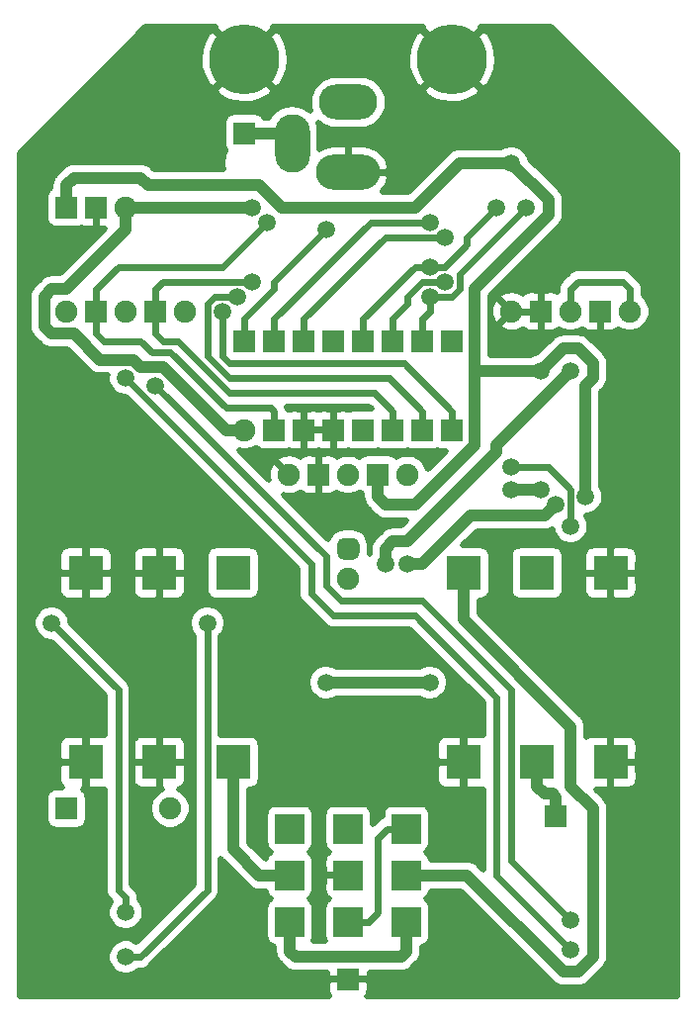
<source format=gbr>
G04 #@! TF.GenerationSoftware,KiCad,Pcbnew,5.1.12-84ad8e8a86~92~ubuntu20.04.1*
G04 #@! TF.CreationDate,2024-08-07T09:29:16+00:00*
G04 #@! TF.ProjectId,___-1.17.C-1,221a1f2d-312e-4313-972e-432d312e6b69,3C*
G04 #@! TF.SameCoordinates,Original*
G04 #@! TF.FileFunction,Copper,L2,Bot*
G04 #@! TF.FilePolarity,Positive*
%FSLAX46Y46*%
G04 Gerber Fmt 4.6, Leading zero omitted, Abs format (unit mm)*
G04 Created by KiCad (PCBNEW 5.1.12-84ad8e8a86~92~ubuntu20.04.1) date 2024-08-07 09:29:16*
%MOMM*%
%LPD*%
G01*
G04 APERTURE LIST*
G04 #@! TA.AperFunction,ComponentPad*
%ADD10C,1.900000*%
G04 #@! TD*
G04 #@! TA.AperFunction,ComponentPad*
%ADD11R,1.900000X1.900000*%
G04 #@! TD*
G04 #@! TA.AperFunction,ComponentPad*
%ADD12R,2.500000X2.500000*%
G04 #@! TD*
G04 #@! TA.AperFunction,ComponentPad*
%ADD13C,6.000000*%
G04 #@! TD*
G04 #@! TA.AperFunction,ComponentPad*
%ADD14O,5.000000X3.000000*%
G04 #@! TD*
G04 #@! TA.AperFunction,ComponentPad*
%ADD15O,3.000000X5.000000*%
G04 #@! TD*
G04 #@! TA.AperFunction,ComponentPad*
%ADD16O,5.500000X3.000000*%
G04 #@! TD*
G04 #@! TA.AperFunction,ComponentPad*
%ADD17R,3.000000X3.000000*%
G04 #@! TD*
G04 #@! TA.AperFunction,ViaPad*
%ADD18C,1.500000*%
G04 #@! TD*
G04 #@! TA.AperFunction,Conductor*
%ADD19C,0.600000*%
G04 #@! TD*
G04 #@! TA.AperFunction,Conductor*
%ADD20C,1.000000*%
G04 #@! TD*
G04 #@! TA.AperFunction,Conductor*
%ADD21C,0.500000*%
G04 #@! TD*
G04 #@! TA.AperFunction,Conductor*
%ADD22C,0.100000*%
G04 #@! TD*
G04 APERTURE END LIST*
D10*
X110490000Y-133350000D03*
D11*
X107950000Y-133350000D03*
D10*
X105410000Y-133350000D03*
D11*
X102870000Y-133350000D03*
D10*
X100330000Y-133350000D03*
X91440000Y-119380000D03*
D11*
X88900000Y-119380000D03*
D10*
X86360000Y-119380000D03*
D11*
X83820000Y-119380000D03*
D10*
X81280000Y-119380000D03*
X129540000Y-119380000D03*
D11*
X127000000Y-119380000D03*
D10*
X124460000Y-119380000D03*
D11*
X121920000Y-119380000D03*
D10*
X119380000Y-119380000D03*
X90170000Y-161925000D03*
D11*
X81280000Y-161925000D03*
D12*
X110410000Y-167640000D03*
X110410000Y-171640000D03*
X110410000Y-163640000D03*
X105410000Y-167640000D03*
X105410000Y-171640000D03*
X105410000Y-163640000D03*
X100410000Y-163640000D03*
X100410000Y-167640000D03*
X100410000Y-171640000D03*
D11*
X81280000Y-110490000D03*
X83820000Y-110490000D03*
D10*
X86360000Y-110490000D03*
D11*
X111760000Y-121920000D03*
X114300000Y-121920000D03*
X106680000Y-121920000D03*
X109220000Y-121920000D03*
X114300000Y-129540000D03*
X109220000Y-129540000D03*
X111760000Y-129540000D03*
X106680000Y-129540000D03*
X96520000Y-121920000D03*
X99060000Y-121920000D03*
X101600000Y-121920000D03*
X104140000Y-121920000D03*
X104140000Y-129540000D03*
X101600000Y-129540000D03*
X99060000Y-129540000D03*
D10*
X96520000Y-129540000D03*
D13*
X114300000Y-97790000D03*
X96520000Y-97790000D03*
D10*
X105410000Y-142240000D03*
G04 #@! TA.AperFunction,ComponentPad*
G36*
G01*
X105790000Y-140650000D02*
X105030000Y-140650000D01*
G75*
G02*
X104460000Y-140080000I0J570000D01*
G01*
X104460000Y-139320000D01*
G75*
G02*
X105030000Y-138750000I570000J0D01*
G01*
X105790000Y-138750000D01*
G75*
G02*
X106360000Y-139320000I0J-570000D01*
G01*
X106360000Y-140080000D01*
G75*
G02*
X105790000Y-140650000I-570000J0D01*
G01*
G37*
G04 #@! TD.AperFunction*
D11*
X96520000Y-104140000D03*
X123190000Y-162560000D03*
X105410000Y-176530000D03*
D14*
X105410000Y-101480000D03*
D15*
X100610000Y-104980000D03*
D16*
X105410000Y-107480000D03*
D17*
X95540000Y-141760000D03*
X89240000Y-141760000D03*
X82940000Y-141760000D03*
X95540000Y-157960000D03*
X89240000Y-157960000D03*
X82940000Y-157960000D03*
X115280000Y-157960000D03*
X121580000Y-157960000D03*
X127880000Y-157960000D03*
X115280000Y-141760000D03*
X121580000Y-141760000D03*
X127880000Y-141760000D03*
D18*
X82550000Y-128905000D03*
X119380000Y-106680000D03*
X121920000Y-124460000D03*
X125730000Y-135255000D03*
X97155000Y-110490000D03*
X86360000Y-174625000D03*
X93345000Y-146050000D03*
X124460000Y-137795000D03*
X119380000Y-132715000D03*
X86360000Y-170815000D03*
X80010000Y-146050000D03*
X123190000Y-135890000D03*
X110490000Y-140970000D03*
X98425000Y-111760000D03*
X95885000Y-118110000D03*
X94615000Y-119380000D03*
X124460000Y-173990000D03*
X103505000Y-112395000D03*
X86360000Y-125095000D03*
X124460000Y-171450000D03*
X88900000Y-125730000D03*
X112395000Y-111760000D03*
X113665000Y-113030000D03*
X118110000Y-110490000D03*
X112395000Y-115570000D03*
X113665000Y-116840000D03*
X120650000Y-110490000D03*
X112395000Y-118110000D03*
X97155000Y-116840000D03*
X124460000Y-124460000D03*
X108585000Y-140970000D03*
X121920000Y-134620000D03*
X119380000Y-134620000D03*
X112395000Y-151130000D03*
X103505000Y-151130000D03*
D19*
X119380000Y-119380000D02*
X121920000Y-119380000D01*
D20*
X110410000Y-174140000D02*
X110410000Y-171640000D01*
X109925000Y-174625000D02*
X110410000Y-174140000D01*
X100410000Y-171640000D02*
X100410000Y-174140000D01*
X100895000Y-174625000D02*
X109925000Y-174625000D01*
X100410000Y-174140000D02*
X100895000Y-174625000D01*
X115570000Y-167640000D02*
X110410000Y-167640000D01*
X123825000Y-175895000D02*
X115570000Y-167640000D01*
X125095000Y-175895000D02*
X123825000Y-175895000D01*
X126365000Y-161925000D02*
X126365000Y-174625000D01*
X124460000Y-160020000D02*
X126365000Y-161925000D01*
X124460000Y-154940000D02*
X124460000Y-160020000D01*
X115280000Y-145760000D02*
X124460000Y-154940000D01*
X126365000Y-174625000D02*
X125095000Y-175895000D01*
X115280000Y-141760000D02*
X115280000Y-145760000D01*
X95540000Y-157960000D02*
X95540000Y-165390000D01*
X95540000Y-165390000D02*
X97790000Y-167640000D01*
X100410000Y-167640000D02*
X97790000Y-167640000D01*
X96520000Y-104140000D02*
X100610000Y-104140000D01*
X100610000Y-104980000D02*
X100610000Y-104140000D01*
X121580000Y-157960000D02*
X121580000Y-159997500D01*
X122237500Y-160655000D02*
X122872500Y-160655000D01*
X123190000Y-160972500D02*
X122872500Y-160655000D01*
X123190000Y-162560000D02*
X123190000Y-160972500D01*
X121580000Y-159997500D02*
X122237500Y-160655000D01*
X123825000Y-122555000D02*
X121920000Y-124460000D01*
X125730000Y-135255000D02*
X125730000Y-125730000D01*
X125095000Y-122555000D02*
X123825000Y-122555000D01*
X125730000Y-125730000D02*
X126365000Y-125095000D01*
X126365000Y-125095000D02*
X126365000Y-123825000D01*
X126365000Y-123825000D02*
X125095000Y-122555000D01*
X122555000Y-111125000D02*
X116205000Y-117475000D01*
X122555000Y-109855000D02*
X122555000Y-111125000D01*
X114935000Y-106680000D02*
X119380000Y-106680000D01*
X111125000Y-110490000D02*
X114935000Y-106680000D01*
X99695000Y-110490000D02*
X111125000Y-110490000D01*
X97790000Y-108585000D02*
X99695000Y-110490000D01*
X88265000Y-108585000D02*
X97790000Y-108585000D01*
X87630000Y-107950000D02*
X88265000Y-108585000D01*
X81915000Y-107950000D02*
X87630000Y-107950000D01*
X81280000Y-108585000D02*
X81915000Y-107950000D01*
X81280000Y-110490000D02*
X81280000Y-108585000D01*
X119380000Y-106680000D02*
X122555000Y-109855000D01*
X116205000Y-124460000D02*
X121920000Y-124460000D01*
X116205000Y-117475000D02*
X116205000Y-124460000D01*
X116205000Y-130810000D02*
X116205000Y-124460000D01*
X108585000Y-135890000D02*
X111125000Y-135890000D01*
X111125000Y-135890000D02*
X116205000Y-130810000D01*
X107950000Y-135255000D02*
X108585000Y-135890000D01*
X107950000Y-133350000D02*
X107950000Y-135255000D01*
X86360000Y-110490000D02*
X97155000Y-110490000D01*
X86360000Y-112395000D02*
X86360000Y-110490000D01*
X81280000Y-117475000D02*
X86360000Y-112395000D01*
X79375000Y-118110000D02*
X80010000Y-117475000D01*
X79375000Y-120650000D02*
X79375000Y-118110000D01*
X80010000Y-121285000D02*
X79375000Y-120650000D01*
X81915000Y-121285000D02*
X80010000Y-121285000D01*
X84137500Y-123507500D02*
X81915000Y-121285000D01*
X87630000Y-124142500D02*
X86995000Y-123507500D01*
X86995000Y-123507500D02*
X84137500Y-123507500D01*
X89535000Y-124142500D02*
X87630000Y-124142500D01*
X80010000Y-117475000D02*
X81280000Y-117475000D01*
X94932500Y-129540000D02*
X89535000Y-124142500D01*
X96520000Y-129540000D02*
X94932500Y-129540000D01*
D19*
X93345000Y-168910000D02*
X87630000Y-174625000D01*
X93345000Y-146050000D02*
X93345000Y-168910000D01*
X87630000Y-174625000D02*
X86360000Y-174625000D01*
X124460000Y-134620000D02*
X124460000Y-137795000D01*
X122555000Y-132715000D02*
X124460000Y-134620000D01*
X119380000Y-132715000D02*
X122555000Y-132715000D01*
X86360000Y-170815000D02*
X86360000Y-169545000D01*
X86360000Y-169545000D02*
X85725000Y-168910000D01*
X85725000Y-168910000D02*
X85725000Y-151765000D01*
X85725000Y-151765000D02*
X80010000Y-146050000D01*
D20*
X110490000Y-140970000D02*
X111760000Y-140970000D01*
X111760000Y-140970000D02*
X115887500Y-136842500D01*
X115887500Y-136842500D02*
X122237500Y-136842500D01*
X122237500Y-136842500D02*
X123190000Y-135890000D01*
D19*
X124460000Y-119380000D02*
X124460000Y-117475000D01*
X124460000Y-117475000D02*
X125095000Y-116840000D01*
X125095000Y-116840000D02*
X128905000Y-116840000D01*
X128905000Y-116840000D02*
X129540000Y-117475000D01*
X129540000Y-117475000D02*
X129540000Y-119380000D01*
X107950000Y-164465000D02*
X107950000Y-170815000D01*
X108775000Y-163640000D02*
X107950000Y-164465000D01*
X110410000Y-163640000D02*
X108775000Y-163640000D01*
X107125000Y-171640000D02*
X107950000Y-170815000D01*
X105410000Y-171640000D02*
X107125000Y-171640000D01*
X83820000Y-117475000D02*
X83820000Y-119380000D01*
X85725000Y-115570000D02*
X83820000Y-117475000D01*
X94615000Y-115570000D02*
X85725000Y-115570000D01*
X98425000Y-111760000D02*
X94615000Y-115570000D01*
X99060000Y-127952500D02*
X99060000Y-129540000D01*
X94932500Y-127635000D02*
X98742500Y-127635000D01*
X90170000Y-122872500D02*
X94932500Y-127635000D01*
X98742500Y-127635000D02*
X99060000Y-127952500D01*
X88582500Y-122872500D02*
X90170000Y-122872500D01*
X87630000Y-121920000D02*
X88582500Y-122872500D01*
X84455000Y-121920000D02*
X87630000Y-121920000D01*
X83820000Y-121285000D02*
X84455000Y-121920000D01*
X83820000Y-119380000D02*
X83820000Y-121285000D01*
X111760000Y-127952500D02*
X111760000Y-129540000D01*
X108902500Y-125095000D02*
X111760000Y-127952500D01*
X95250000Y-125095000D02*
X108902500Y-125095000D01*
X93345000Y-123190000D02*
X95250000Y-125095000D01*
X93980000Y-118110000D02*
X93345000Y-118745000D01*
X93345000Y-118745000D02*
X93345000Y-123190000D01*
X95885000Y-118110000D02*
X93980000Y-118110000D01*
X114300000Y-127952500D02*
X114300000Y-129540000D01*
X110172500Y-123825000D02*
X114300000Y-127952500D01*
X95250000Y-123825000D02*
X110172500Y-123825000D01*
X94615000Y-123190000D02*
X95250000Y-123825000D01*
X94615000Y-119380000D02*
X94615000Y-123190000D01*
X96520000Y-121920000D02*
X96520000Y-120015000D01*
X99060000Y-117475000D02*
X99060000Y-116840000D01*
X96520000Y-120015000D02*
X99060000Y-117475000D01*
X99060000Y-116840000D02*
X103505000Y-112395000D01*
X118110000Y-152400000D02*
X118110000Y-167640000D01*
X111125000Y-145415000D02*
X118110000Y-152400000D01*
X104140000Y-145415000D02*
X111125000Y-145415000D01*
X102235000Y-143510000D02*
X104140000Y-145415000D01*
X102235000Y-140970000D02*
X102235000Y-143510000D01*
X86360000Y-125095000D02*
X102235000Y-140970000D01*
X118110000Y-167640000D02*
X124460000Y-173990000D01*
X99060000Y-120015000D02*
X99060000Y-121920000D01*
X107315000Y-111760000D02*
X99060000Y-120015000D01*
X112395000Y-111760000D02*
X107315000Y-111760000D01*
X111760000Y-144145000D02*
X119380000Y-151765000D01*
X104775000Y-144145000D02*
X111760000Y-144145000D01*
X103505000Y-142875000D02*
X104775000Y-144145000D01*
X103505000Y-140335000D02*
X103505000Y-142875000D01*
X119380000Y-151765000D02*
X119380000Y-166370000D01*
X88900000Y-125730000D02*
X103505000Y-140335000D01*
X119380000Y-166370000D02*
X124460000Y-171450000D01*
X101600000Y-120015000D02*
X101600000Y-121920000D01*
X108585000Y-113030000D02*
X101600000Y-120015000D01*
X113665000Y-113030000D02*
X108585000Y-113030000D01*
X112395000Y-115570000D02*
X111125000Y-115570000D01*
X111125000Y-115570000D02*
X106680000Y-120015000D01*
X106680000Y-120015000D02*
X106680000Y-121920000D01*
X118110000Y-110490000D02*
X115570000Y-113030000D01*
X115570000Y-113030000D02*
X115570000Y-113665000D01*
X113665000Y-115570000D02*
X112395000Y-115570000D01*
X115570000Y-113665000D02*
X113665000Y-115570000D01*
X111760000Y-116840000D02*
X113665000Y-116840000D01*
X110490000Y-118110000D02*
X111760000Y-116840000D01*
X110490000Y-118745000D02*
X110490000Y-118110000D01*
X109220000Y-120015000D02*
X110490000Y-118745000D01*
X109220000Y-121920000D02*
X109220000Y-120015000D01*
X112395000Y-119380000D02*
X111760000Y-120015000D01*
X112395000Y-118110000D02*
X112395000Y-119380000D01*
X111760000Y-121920000D02*
X111760000Y-120015000D01*
X114935000Y-116205000D02*
X114935000Y-117475000D01*
X114300000Y-118110000D02*
X112395000Y-118110000D01*
X114935000Y-117475000D02*
X114300000Y-118110000D01*
X120650000Y-110490000D02*
X114935000Y-116205000D01*
X89535000Y-116840000D02*
X88900000Y-117475000D01*
X97155000Y-116840000D02*
X89535000Y-116840000D01*
X88900000Y-117475000D02*
X88900000Y-119380000D01*
X107632500Y-126365000D02*
X109220000Y-127952500D01*
X95250000Y-126365000D02*
X107632500Y-126365000D01*
X90805000Y-121920000D02*
X95250000Y-126365000D01*
X89535000Y-121920000D02*
X90805000Y-121920000D01*
X88900000Y-121285000D02*
X89535000Y-121920000D01*
X109220000Y-127952500D02*
X109220000Y-129540000D01*
X88900000Y-119380000D02*
X88900000Y-121285000D01*
D20*
X108585000Y-139700000D02*
X108585000Y-140970000D01*
X109220000Y-139065000D02*
X108585000Y-139700000D01*
X118110000Y-131445000D02*
X110490000Y-139065000D01*
X118110000Y-130810000D02*
X118110000Y-131445000D01*
X110490000Y-139065000D02*
X109220000Y-139065000D01*
X124460000Y-124460000D02*
X118110000Y-130810000D01*
X119380000Y-134620000D02*
X121920000Y-134620000D01*
X112395000Y-151130000D02*
X103505000Y-151130000D01*
D21*
X93970324Y-95169613D02*
X96520000Y-97719289D01*
X99069676Y-95169613D01*
X98987651Y-95030000D01*
X111832349Y-95030000D01*
X111750324Y-95169613D01*
X114300000Y-97719289D01*
X116849676Y-95169613D01*
X116767651Y-95030000D01*
X122755077Y-95030000D01*
X133570000Y-105844924D01*
X133570001Y-178020000D01*
X107016431Y-178020000D01*
X107070169Y-177954520D01*
X107149098Y-177806855D01*
X107197701Y-177646629D01*
X107214113Y-177480000D01*
X107210000Y-176792500D01*
X106997500Y-176580000D01*
X105460000Y-176580000D01*
X105460000Y-176600000D01*
X105360000Y-176600000D01*
X105360000Y-176580000D01*
X103822500Y-176580000D01*
X103610000Y-176792500D01*
X103605887Y-177480000D01*
X103622299Y-177646629D01*
X103670902Y-177806855D01*
X103749831Y-177954520D01*
X103803569Y-178020000D01*
X77250000Y-178020000D01*
X77250000Y-160975000D01*
X79475888Y-160975000D01*
X79475888Y-162875000D01*
X79492300Y-163041629D01*
X79540903Y-163201855D01*
X79619832Y-163349519D01*
X79726052Y-163478948D01*
X79855481Y-163585168D01*
X80003145Y-163664097D01*
X80163371Y-163712700D01*
X80330000Y-163729112D01*
X82230000Y-163729112D01*
X82396629Y-163712700D01*
X82556855Y-163664097D01*
X82704519Y-163585168D01*
X82833948Y-163478948D01*
X82940168Y-163349519D01*
X83019097Y-163201855D01*
X83067700Y-163041629D01*
X83084112Y-162875000D01*
X83084112Y-160975000D01*
X83067700Y-160808371D01*
X83019097Y-160648145D01*
X82940168Y-160500481D01*
X82833948Y-160371052D01*
X82714487Y-160273013D01*
X82890000Y-160097500D01*
X82890000Y-158010000D01*
X80802500Y-158010000D01*
X80590000Y-158222500D01*
X80585887Y-159460000D01*
X80602299Y-159626629D01*
X80650902Y-159786855D01*
X80729831Y-159934520D01*
X80836051Y-160063949D01*
X80905431Y-160120888D01*
X80330000Y-160120888D01*
X80163371Y-160137300D01*
X80003145Y-160185903D01*
X79855481Y-160264832D01*
X79726052Y-160371052D01*
X79619832Y-160500481D01*
X79540903Y-160648145D01*
X79492300Y-160808371D01*
X79475888Y-160975000D01*
X77250000Y-160975000D01*
X77250000Y-156460000D01*
X80585887Y-156460000D01*
X80590000Y-157697500D01*
X80802500Y-157910000D01*
X82890000Y-157910000D01*
X82890000Y-155822500D01*
X82677500Y-155610000D01*
X81440000Y-155605887D01*
X81273371Y-155622299D01*
X81113145Y-155670902D01*
X80965480Y-155749831D01*
X80836051Y-155856051D01*
X80729831Y-155985480D01*
X80650902Y-156133145D01*
X80602299Y-156293371D01*
X80585887Y-156460000D01*
X77250000Y-156460000D01*
X77250000Y-145892414D01*
X78410000Y-145892414D01*
X78410000Y-146207586D01*
X78471487Y-146516703D01*
X78592098Y-146807884D01*
X78767199Y-147069941D01*
X78990059Y-147292801D01*
X79252116Y-147467902D01*
X79543297Y-147588513D01*
X79852414Y-147650000D01*
X79983656Y-147650000D01*
X84575001Y-152241347D01*
X84575001Y-155619184D01*
X84440000Y-155605887D01*
X83202500Y-155610000D01*
X82990000Y-155822500D01*
X82990000Y-157910000D01*
X83010000Y-157910000D01*
X83010000Y-158010000D01*
X82990000Y-158010000D01*
X82990000Y-160097500D01*
X83202500Y-160310000D01*
X84440000Y-160314113D01*
X84575001Y-160300816D01*
X84575000Y-168853518D01*
X84569437Y-168910000D01*
X84575000Y-168966482D01*
X84575000Y-168966491D01*
X84591640Y-169135438D01*
X84657398Y-169352214D01*
X84764184Y-169551996D01*
X84907893Y-169727107D01*
X84951781Y-169763125D01*
X85063733Y-169875077D01*
X84942098Y-170057116D01*
X84821487Y-170348297D01*
X84760000Y-170657414D01*
X84760000Y-170972586D01*
X84821487Y-171281703D01*
X84942098Y-171572884D01*
X85117199Y-171834941D01*
X85340059Y-172057801D01*
X85602116Y-172232902D01*
X85893297Y-172353513D01*
X86202414Y-172415000D01*
X86517586Y-172415000D01*
X86826703Y-172353513D01*
X87117884Y-172232902D01*
X87379941Y-172057801D01*
X87602801Y-171834941D01*
X87777902Y-171572884D01*
X87898513Y-171281703D01*
X87960000Y-170972586D01*
X87960000Y-170657414D01*
X87898513Y-170348297D01*
X87777902Y-170057116D01*
X87602801Y-169795059D01*
X87510000Y-169702258D01*
X87510000Y-169601492D01*
X87515564Y-169545000D01*
X87493360Y-169319561D01*
X87427602Y-169102784D01*
X87356876Y-168970467D01*
X87320816Y-168903003D01*
X87177107Y-168727893D01*
X87133219Y-168691875D01*
X86875000Y-168433656D01*
X86875000Y-161747716D01*
X88370000Y-161747716D01*
X88370000Y-162102284D01*
X88439173Y-162450041D01*
X88574861Y-162777620D01*
X88771849Y-163072433D01*
X89022567Y-163323151D01*
X89317380Y-163520139D01*
X89644959Y-163655827D01*
X89992716Y-163725000D01*
X90347284Y-163725000D01*
X90695041Y-163655827D01*
X91022620Y-163520139D01*
X91317433Y-163323151D01*
X91568151Y-163072433D01*
X91765139Y-162777620D01*
X91900827Y-162450041D01*
X91970000Y-162102284D01*
X91970000Y-161747716D01*
X91900827Y-161399959D01*
X91765139Y-161072380D01*
X91568151Y-160777567D01*
X91317433Y-160526849D01*
X91022620Y-160329861D01*
X90928767Y-160290986D01*
X91066855Y-160249098D01*
X91214520Y-160170169D01*
X91343949Y-160063949D01*
X91450169Y-159934520D01*
X91529098Y-159786855D01*
X91577701Y-159626629D01*
X91594113Y-159460000D01*
X91590000Y-158222500D01*
X91377500Y-158010000D01*
X89290000Y-158010000D01*
X89290000Y-160097500D01*
X89462323Y-160269823D01*
X89317380Y-160329861D01*
X89022567Y-160526849D01*
X88771849Y-160777567D01*
X88574861Y-161072380D01*
X88439173Y-161399959D01*
X88370000Y-161747716D01*
X86875000Y-161747716D01*
X86875000Y-159460000D01*
X86885887Y-159460000D01*
X86902299Y-159626629D01*
X86950902Y-159786855D01*
X87029831Y-159934520D01*
X87136051Y-160063949D01*
X87265480Y-160170169D01*
X87413145Y-160249098D01*
X87573371Y-160297701D01*
X87740000Y-160314113D01*
X88977500Y-160310000D01*
X89190000Y-160097500D01*
X89190000Y-158010000D01*
X87102500Y-158010000D01*
X86890000Y-158222500D01*
X86885887Y-159460000D01*
X86875000Y-159460000D01*
X86875000Y-156460000D01*
X86885887Y-156460000D01*
X86890000Y-157697500D01*
X87102500Y-157910000D01*
X89190000Y-157910000D01*
X89190000Y-155822500D01*
X89290000Y-155822500D01*
X89290000Y-157910000D01*
X91377500Y-157910000D01*
X91590000Y-157697500D01*
X91594113Y-156460000D01*
X91577701Y-156293371D01*
X91529098Y-156133145D01*
X91450169Y-155985480D01*
X91343949Y-155856051D01*
X91214520Y-155749831D01*
X91066855Y-155670902D01*
X90906629Y-155622299D01*
X90740000Y-155605887D01*
X89502500Y-155610000D01*
X89290000Y-155822500D01*
X89190000Y-155822500D01*
X88977500Y-155610000D01*
X87740000Y-155605887D01*
X87573371Y-155622299D01*
X87413145Y-155670902D01*
X87265480Y-155749831D01*
X87136051Y-155856051D01*
X87029831Y-155985480D01*
X86950902Y-156133145D01*
X86902299Y-156293371D01*
X86885887Y-156460000D01*
X86875000Y-156460000D01*
X86875000Y-151821492D01*
X86880564Y-151765000D01*
X86858360Y-151539561D01*
X86792602Y-151322784D01*
X86685816Y-151123003D01*
X86578119Y-150991773D01*
X86578115Y-150991769D01*
X86542107Y-150947893D01*
X86498230Y-150911884D01*
X81610000Y-146023656D01*
X81610000Y-145892414D01*
X81548513Y-145583297D01*
X81427902Y-145292116D01*
X81252801Y-145030059D01*
X81029941Y-144807199D01*
X80767884Y-144632098D01*
X80476703Y-144511487D01*
X80167586Y-144450000D01*
X79852414Y-144450000D01*
X79543297Y-144511487D01*
X79252116Y-144632098D01*
X78990059Y-144807199D01*
X78767199Y-145030059D01*
X78592098Y-145292116D01*
X78471487Y-145583297D01*
X78410000Y-145892414D01*
X77250000Y-145892414D01*
X77250000Y-143260000D01*
X80585887Y-143260000D01*
X80602299Y-143426629D01*
X80650902Y-143586855D01*
X80729831Y-143734520D01*
X80836051Y-143863949D01*
X80965480Y-143970169D01*
X81113145Y-144049098D01*
X81273371Y-144097701D01*
X81440000Y-144114113D01*
X82677500Y-144110000D01*
X82890000Y-143897500D01*
X82890000Y-141810000D01*
X82990000Y-141810000D01*
X82990000Y-143897500D01*
X83202500Y-144110000D01*
X84440000Y-144114113D01*
X84606629Y-144097701D01*
X84766855Y-144049098D01*
X84914520Y-143970169D01*
X85043949Y-143863949D01*
X85150169Y-143734520D01*
X85229098Y-143586855D01*
X85277701Y-143426629D01*
X85294113Y-143260000D01*
X86885887Y-143260000D01*
X86902299Y-143426629D01*
X86950902Y-143586855D01*
X87029831Y-143734520D01*
X87136051Y-143863949D01*
X87265480Y-143970169D01*
X87413145Y-144049098D01*
X87573371Y-144097701D01*
X87740000Y-144114113D01*
X88977500Y-144110000D01*
X89190000Y-143897500D01*
X89190000Y-141810000D01*
X89290000Y-141810000D01*
X89290000Y-143897500D01*
X89502500Y-144110000D01*
X90740000Y-144114113D01*
X90906629Y-144097701D01*
X91066855Y-144049098D01*
X91214520Y-143970169D01*
X91343949Y-143863949D01*
X91450169Y-143734520D01*
X91529098Y-143586855D01*
X91577701Y-143426629D01*
X91594113Y-143260000D01*
X91590000Y-142022500D01*
X91377500Y-141810000D01*
X89290000Y-141810000D01*
X89190000Y-141810000D01*
X87102500Y-141810000D01*
X86890000Y-142022500D01*
X86885887Y-143260000D01*
X85294113Y-143260000D01*
X85290000Y-142022500D01*
X85077500Y-141810000D01*
X82990000Y-141810000D01*
X82890000Y-141810000D01*
X80802500Y-141810000D01*
X80590000Y-142022500D01*
X80585887Y-143260000D01*
X77250000Y-143260000D01*
X77250000Y-140260000D01*
X80585887Y-140260000D01*
X80590000Y-141497500D01*
X80802500Y-141710000D01*
X82890000Y-141710000D01*
X82890000Y-139622500D01*
X82990000Y-139622500D01*
X82990000Y-141710000D01*
X85077500Y-141710000D01*
X85290000Y-141497500D01*
X85294113Y-140260000D01*
X86885887Y-140260000D01*
X86890000Y-141497500D01*
X87102500Y-141710000D01*
X89190000Y-141710000D01*
X89190000Y-139622500D01*
X89290000Y-139622500D01*
X89290000Y-141710000D01*
X91377500Y-141710000D01*
X91590000Y-141497500D01*
X91594113Y-140260000D01*
X93185888Y-140260000D01*
X93185888Y-143260000D01*
X93202300Y-143426629D01*
X93250903Y-143586855D01*
X93329832Y-143734519D01*
X93436052Y-143863948D01*
X93565481Y-143970168D01*
X93713145Y-144049097D01*
X93873371Y-144097700D01*
X94040000Y-144114112D01*
X97040000Y-144114112D01*
X97206629Y-144097700D01*
X97366855Y-144049097D01*
X97514519Y-143970168D01*
X97643948Y-143863948D01*
X97750168Y-143734519D01*
X97829097Y-143586855D01*
X97877700Y-143426629D01*
X97894112Y-143260000D01*
X97894112Y-140260000D01*
X97877700Y-140093371D01*
X97829097Y-139933145D01*
X97750168Y-139785481D01*
X97643948Y-139656052D01*
X97514519Y-139549832D01*
X97366855Y-139470903D01*
X97206629Y-139422300D01*
X97040000Y-139405888D01*
X94040000Y-139405888D01*
X93873371Y-139422300D01*
X93713145Y-139470903D01*
X93565481Y-139549832D01*
X93436052Y-139656052D01*
X93329832Y-139785481D01*
X93250903Y-139933145D01*
X93202300Y-140093371D01*
X93185888Y-140260000D01*
X91594113Y-140260000D01*
X91577701Y-140093371D01*
X91529098Y-139933145D01*
X91450169Y-139785480D01*
X91343949Y-139656051D01*
X91214520Y-139549831D01*
X91066855Y-139470902D01*
X90906629Y-139422299D01*
X90740000Y-139405887D01*
X89502500Y-139410000D01*
X89290000Y-139622500D01*
X89190000Y-139622500D01*
X88977500Y-139410000D01*
X87740000Y-139405887D01*
X87573371Y-139422299D01*
X87413145Y-139470902D01*
X87265480Y-139549831D01*
X87136051Y-139656051D01*
X87029831Y-139785480D01*
X86950902Y-139933145D01*
X86902299Y-140093371D01*
X86885887Y-140260000D01*
X85294113Y-140260000D01*
X85277701Y-140093371D01*
X85229098Y-139933145D01*
X85150169Y-139785480D01*
X85043949Y-139656051D01*
X84914520Y-139549831D01*
X84766855Y-139470902D01*
X84606629Y-139422299D01*
X84440000Y-139405887D01*
X83202500Y-139410000D01*
X82990000Y-139622500D01*
X82890000Y-139622500D01*
X82677500Y-139410000D01*
X81440000Y-139405887D01*
X81273371Y-139422299D01*
X81113145Y-139470902D01*
X80965480Y-139549831D01*
X80836051Y-139656051D01*
X80729831Y-139785480D01*
X80650902Y-139933145D01*
X80602299Y-140093371D01*
X80585887Y-140260000D01*
X77250000Y-140260000D01*
X77250000Y-118110000D01*
X78018468Y-118110000D01*
X78025001Y-118176329D01*
X78025000Y-120583681D01*
X78018468Y-120650000D01*
X78025000Y-120716319D01*
X78025000Y-120716320D01*
X78044533Y-120914645D01*
X78121728Y-121169121D01*
X78140906Y-121205000D01*
X78247085Y-121403649D01*
X78373510Y-121557698D01*
X78373513Y-121557701D01*
X78415787Y-121609212D01*
X78467300Y-121651488D01*
X79008505Y-122192692D01*
X79050787Y-122244213D01*
X79256351Y-122412915D01*
X79308079Y-122440564D01*
X79490877Y-122538272D01*
X79523896Y-122548288D01*
X79745354Y-122615467D01*
X79943679Y-122635000D01*
X79943681Y-122635000D01*
X80010000Y-122641532D01*
X80076319Y-122635000D01*
X81355812Y-122635000D01*
X83136009Y-124415197D01*
X83178287Y-124466713D01*
X83229802Y-124508990D01*
X83383850Y-124635415D01*
X83618377Y-124760772D01*
X83677605Y-124778739D01*
X83872854Y-124837967D01*
X84071179Y-124857500D01*
X84071181Y-124857500D01*
X84137500Y-124864032D01*
X84203819Y-124857500D01*
X84775896Y-124857500D01*
X84760000Y-124937414D01*
X84760000Y-125252586D01*
X84821487Y-125561703D01*
X84942098Y-125852884D01*
X85117199Y-126114941D01*
X85340059Y-126337801D01*
X85602116Y-126512902D01*
X85893297Y-126633513D01*
X86202414Y-126695000D01*
X86333656Y-126695000D01*
X101085000Y-141446346D01*
X101085001Y-143453509D01*
X101079437Y-143510000D01*
X101085001Y-143566492D01*
X101101641Y-143735439D01*
X101167399Y-143952215D01*
X101274185Y-144151997D01*
X101417894Y-144327107D01*
X101461776Y-144363120D01*
X103286880Y-146188225D01*
X103322893Y-146232107D01*
X103498003Y-146375816D01*
X103697785Y-146482602D01*
X103914561Y-146548360D01*
X104083508Y-146565000D01*
X104083516Y-146565000D01*
X104140000Y-146570563D01*
X104196484Y-146565000D01*
X110648656Y-146565000D01*
X116960000Y-152876345D01*
X116960000Y-155626355D01*
X116946629Y-155622299D01*
X116780000Y-155605887D01*
X115542500Y-155610000D01*
X115330000Y-155822500D01*
X115330000Y-157910000D01*
X115350000Y-157910000D01*
X115350000Y-158010000D01*
X115330000Y-158010000D01*
X115330000Y-160097500D01*
X115542500Y-160310000D01*
X116780000Y-160314113D01*
X116946629Y-160297701D01*
X116960001Y-160293645D01*
X116960001Y-167120813D01*
X116571490Y-166732302D01*
X116529213Y-166680787D01*
X116323649Y-166512085D01*
X116089122Y-166386728D01*
X115834646Y-166309533D01*
X115636321Y-166290000D01*
X115636319Y-166290000D01*
X115570000Y-166283468D01*
X115503681Y-166290000D01*
X112504263Y-166290000D01*
X112497700Y-166223371D01*
X112449097Y-166063145D01*
X112370168Y-165915481D01*
X112263948Y-165786052D01*
X112134519Y-165679832D01*
X112059999Y-165640000D01*
X112134519Y-165600168D01*
X112263948Y-165493948D01*
X112370168Y-165364519D01*
X112449097Y-165216855D01*
X112497700Y-165056629D01*
X112514112Y-164890000D01*
X112514112Y-162390000D01*
X112497700Y-162223371D01*
X112449097Y-162063145D01*
X112370168Y-161915481D01*
X112263948Y-161786052D01*
X112134519Y-161679832D01*
X111986855Y-161600903D01*
X111826629Y-161552300D01*
X111660000Y-161535888D01*
X109160000Y-161535888D01*
X108993371Y-161552300D01*
X108833145Y-161600903D01*
X108685481Y-161679832D01*
X108556052Y-161786052D01*
X108449832Y-161915481D01*
X108370903Y-162063145D01*
X108322300Y-162223371D01*
X108305888Y-162390000D01*
X108305888Y-162586775D01*
X108133003Y-162679184D01*
X108133001Y-162679185D01*
X108133002Y-162679185D01*
X108001772Y-162786882D01*
X108001769Y-162786885D01*
X107957893Y-162822893D01*
X107921884Y-162866770D01*
X107514112Y-163274543D01*
X107514112Y-162390000D01*
X107497700Y-162223371D01*
X107449097Y-162063145D01*
X107370168Y-161915481D01*
X107263948Y-161786052D01*
X107134519Y-161679832D01*
X106986855Y-161600903D01*
X106826629Y-161552300D01*
X106660000Y-161535888D01*
X104160000Y-161535888D01*
X103993371Y-161552300D01*
X103833145Y-161600903D01*
X103685481Y-161679832D01*
X103556052Y-161786052D01*
X103449832Y-161915481D01*
X103370903Y-162063145D01*
X103322300Y-162223371D01*
X103305888Y-162390000D01*
X103305888Y-164890000D01*
X103322300Y-165056629D01*
X103370903Y-165216855D01*
X103449832Y-165364519D01*
X103556052Y-165493948D01*
X103685481Y-165600168D01*
X103759999Y-165639999D01*
X103685480Y-165679831D01*
X103556051Y-165786051D01*
X103449831Y-165915480D01*
X103370902Y-166063145D01*
X103322299Y-166223371D01*
X103305887Y-166390000D01*
X103310000Y-167377500D01*
X103522500Y-167590000D01*
X105360000Y-167590000D01*
X105360000Y-167570000D01*
X105460000Y-167570000D01*
X105460000Y-167590000D01*
X105480000Y-167590000D01*
X105480000Y-167690000D01*
X105460000Y-167690000D01*
X105460000Y-167710000D01*
X105360000Y-167710000D01*
X105360000Y-167690000D01*
X103522500Y-167690000D01*
X103310000Y-167902500D01*
X103305887Y-168890000D01*
X103322299Y-169056629D01*
X103370902Y-169216855D01*
X103449831Y-169364520D01*
X103556051Y-169493949D01*
X103685480Y-169600169D01*
X103759999Y-169640001D01*
X103685481Y-169679832D01*
X103556052Y-169786052D01*
X103449832Y-169915481D01*
X103370903Y-170063145D01*
X103322300Y-170223371D01*
X103305888Y-170390000D01*
X103305888Y-172890000D01*
X103322300Y-173056629D01*
X103370903Y-173216855D01*
X103401983Y-173275000D01*
X102418017Y-173275000D01*
X102449097Y-173216855D01*
X102497700Y-173056629D01*
X102514112Y-172890000D01*
X102514112Y-170390000D01*
X102497700Y-170223371D01*
X102449097Y-170063145D01*
X102370168Y-169915481D01*
X102263948Y-169786052D01*
X102134519Y-169679832D01*
X102059999Y-169640000D01*
X102134519Y-169600168D01*
X102263948Y-169493948D01*
X102370168Y-169364519D01*
X102449097Y-169216855D01*
X102497700Y-169056629D01*
X102514112Y-168890000D01*
X102514112Y-166390000D01*
X102497700Y-166223371D01*
X102449097Y-166063145D01*
X102370168Y-165915481D01*
X102263948Y-165786052D01*
X102134519Y-165679832D01*
X102059999Y-165640000D01*
X102134519Y-165600168D01*
X102263948Y-165493948D01*
X102370168Y-165364519D01*
X102449097Y-165216855D01*
X102497700Y-165056629D01*
X102514112Y-164890000D01*
X102514112Y-162390000D01*
X102497700Y-162223371D01*
X102449097Y-162063145D01*
X102370168Y-161915481D01*
X102263948Y-161786052D01*
X102134519Y-161679832D01*
X101986855Y-161600903D01*
X101826629Y-161552300D01*
X101660000Y-161535888D01*
X99160000Y-161535888D01*
X98993371Y-161552300D01*
X98833145Y-161600903D01*
X98685481Y-161679832D01*
X98556052Y-161786052D01*
X98449832Y-161915481D01*
X98370903Y-162063145D01*
X98322300Y-162223371D01*
X98305888Y-162390000D01*
X98305888Y-164890000D01*
X98322300Y-165056629D01*
X98370903Y-165216855D01*
X98449832Y-165364519D01*
X98556052Y-165493948D01*
X98685481Y-165600168D01*
X98760001Y-165640000D01*
X98685481Y-165679832D01*
X98556052Y-165786052D01*
X98449832Y-165915481D01*
X98370903Y-166063145D01*
X98322300Y-166223371D01*
X98318737Y-166259549D01*
X96890000Y-164830812D01*
X96890000Y-160314112D01*
X97040000Y-160314112D01*
X97206629Y-160297700D01*
X97366855Y-160249097D01*
X97514519Y-160170168D01*
X97643948Y-160063948D01*
X97750168Y-159934519D01*
X97829097Y-159786855D01*
X97877700Y-159626629D01*
X97894112Y-159460000D01*
X112925887Y-159460000D01*
X112942299Y-159626629D01*
X112990902Y-159786855D01*
X113069831Y-159934520D01*
X113176051Y-160063949D01*
X113305480Y-160170169D01*
X113453145Y-160249098D01*
X113613371Y-160297701D01*
X113780000Y-160314113D01*
X115017500Y-160310000D01*
X115230000Y-160097500D01*
X115230000Y-158010000D01*
X113142500Y-158010000D01*
X112930000Y-158222500D01*
X112925887Y-159460000D01*
X97894112Y-159460000D01*
X97894112Y-156460000D01*
X112925887Y-156460000D01*
X112930000Y-157697500D01*
X113142500Y-157910000D01*
X115230000Y-157910000D01*
X115230000Y-155822500D01*
X115017500Y-155610000D01*
X113780000Y-155605887D01*
X113613371Y-155622299D01*
X113453145Y-155670902D01*
X113305480Y-155749831D01*
X113176051Y-155856051D01*
X113069831Y-155985480D01*
X112990902Y-156133145D01*
X112942299Y-156293371D01*
X112925887Y-156460000D01*
X97894112Y-156460000D01*
X97877700Y-156293371D01*
X97829097Y-156133145D01*
X97750168Y-155985481D01*
X97643948Y-155856052D01*
X97514519Y-155749832D01*
X97366855Y-155670903D01*
X97206629Y-155622300D01*
X97040000Y-155605888D01*
X94495000Y-155605888D01*
X94495000Y-150972414D01*
X101905000Y-150972414D01*
X101905000Y-151287586D01*
X101966487Y-151596703D01*
X102087098Y-151887884D01*
X102262199Y-152149941D01*
X102485059Y-152372801D01*
X102747116Y-152547902D01*
X103038297Y-152668513D01*
X103347414Y-152730000D01*
X103662586Y-152730000D01*
X103971703Y-152668513D01*
X104262884Y-152547902D01*
X104364506Y-152480000D01*
X111535494Y-152480000D01*
X111637116Y-152547902D01*
X111928297Y-152668513D01*
X112237414Y-152730000D01*
X112552586Y-152730000D01*
X112861703Y-152668513D01*
X113152884Y-152547902D01*
X113414941Y-152372801D01*
X113637801Y-152149941D01*
X113812902Y-151887884D01*
X113933513Y-151596703D01*
X113995000Y-151287586D01*
X113995000Y-150972414D01*
X113933513Y-150663297D01*
X113812902Y-150372116D01*
X113637801Y-150110059D01*
X113414941Y-149887199D01*
X113152884Y-149712098D01*
X112861703Y-149591487D01*
X112552586Y-149530000D01*
X112237414Y-149530000D01*
X111928297Y-149591487D01*
X111637116Y-149712098D01*
X111535494Y-149780000D01*
X104364506Y-149780000D01*
X104262884Y-149712098D01*
X103971703Y-149591487D01*
X103662586Y-149530000D01*
X103347414Y-149530000D01*
X103038297Y-149591487D01*
X102747116Y-149712098D01*
X102485059Y-149887199D01*
X102262199Y-150110059D01*
X102087098Y-150372116D01*
X101966487Y-150663297D01*
X101905000Y-150972414D01*
X94495000Y-150972414D01*
X94495000Y-147162742D01*
X94587801Y-147069941D01*
X94762902Y-146807884D01*
X94883513Y-146516703D01*
X94945000Y-146207586D01*
X94945000Y-145892414D01*
X94883513Y-145583297D01*
X94762902Y-145292116D01*
X94587801Y-145030059D01*
X94364941Y-144807199D01*
X94102884Y-144632098D01*
X93811703Y-144511487D01*
X93502586Y-144450000D01*
X93187414Y-144450000D01*
X92878297Y-144511487D01*
X92587116Y-144632098D01*
X92325059Y-144807199D01*
X92102199Y-145030059D01*
X91927098Y-145292116D01*
X91806487Y-145583297D01*
X91745000Y-145892414D01*
X91745000Y-146207586D01*
X91806487Y-146516703D01*
X91927098Y-146807884D01*
X92102199Y-147069941D01*
X92195000Y-147162742D01*
X92195001Y-168433653D01*
X87299923Y-173328733D01*
X87117884Y-173207098D01*
X86826703Y-173086487D01*
X86517586Y-173025000D01*
X86202414Y-173025000D01*
X85893297Y-173086487D01*
X85602116Y-173207098D01*
X85340059Y-173382199D01*
X85117199Y-173605059D01*
X84942098Y-173867116D01*
X84821487Y-174158297D01*
X84760000Y-174467414D01*
X84760000Y-174782586D01*
X84821487Y-175091703D01*
X84942098Y-175382884D01*
X85117199Y-175644941D01*
X85340059Y-175867801D01*
X85602116Y-176042902D01*
X85893297Y-176163513D01*
X86202414Y-176225000D01*
X86517586Y-176225000D01*
X86826703Y-176163513D01*
X87117884Y-176042902D01*
X87379941Y-175867801D01*
X87472742Y-175775000D01*
X87573518Y-175775000D01*
X87630000Y-175780563D01*
X87686482Y-175775000D01*
X87686492Y-175775000D01*
X87855439Y-175758360D01*
X88072215Y-175692602D01*
X88271997Y-175585816D01*
X88447107Y-175442107D01*
X88483125Y-175398220D01*
X94118230Y-169763116D01*
X94162107Y-169727107D01*
X94198115Y-169683231D01*
X94198119Y-169683227D01*
X94305816Y-169551997D01*
X94412602Y-169352216D01*
X94478360Y-169135439D01*
X94500564Y-168910000D01*
X94495000Y-168853508D01*
X94495000Y-166244681D01*
X94538510Y-166297698D01*
X94538514Y-166297702D01*
X94580788Y-166349213D01*
X94632299Y-166391487D01*
X96788509Y-168547697D01*
X96830787Y-168599213D01*
X96987584Y-168727893D01*
X97036351Y-168767915D01*
X97270877Y-168893272D01*
X97525354Y-168970467D01*
X97790000Y-168996532D01*
X97856321Y-168990000D01*
X98315737Y-168990000D01*
X98322300Y-169056629D01*
X98370903Y-169216855D01*
X98449832Y-169364519D01*
X98556052Y-169493948D01*
X98685481Y-169600168D01*
X98760001Y-169640000D01*
X98685481Y-169679832D01*
X98556052Y-169786052D01*
X98449832Y-169915481D01*
X98370903Y-170063145D01*
X98322300Y-170223371D01*
X98305888Y-170390000D01*
X98305888Y-172890000D01*
X98322300Y-173056629D01*
X98370903Y-173216855D01*
X98449832Y-173364519D01*
X98556052Y-173493948D01*
X98685481Y-173600168D01*
X98833145Y-173679097D01*
X98993371Y-173727700D01*
X99060001Y-173734263D01*
X99060001Y-174073671D01*
X99053468Y-174140000D01*
X99079534Y-174404646D01*
X99156729Y-174659122D01*
X99282085Y-174893649D01*
X99408510Y-175047698D01*
X99408514Y-175047702D01*
X99450788Y-175099213D01*
X99502300Y-175141488D01*
X99893505Y-175532692D01*
X99935787Y-175584213D01*
X100141351Y-175752915D01*
X100375878Y-175878272D01*
X100630354Y-175955467D01*
X100828679Y-175975000D01*
X100828681Y-175975000D01*
X100895000Y-175981532D01*
X100961319Y-175975000D01*
X103608250Y-175975000D01*
X103610000Y-176267500D01*
X103822500Y-176480000D01*
X105360000Y-176480000D01*
X105360000Y-176460000D01*
X105460000Y-176460000D01*
X105460000Y-176480000D01*
X106997500Y-176480000D01*
X107210000Y-176267500D01*
X107211750Y-175975000D01*
X109858681Y-175975000D01*
X109925000Y-175981532D01*
X109991319Y-175975000D01*
X109991321Y-175975000D01*
X110189646Y-175955467D01*
X110444122Y-175878272D01*
X110678649Y-175752915D01*
X110884213Y-175584213D01*
X110926492Y-175532696D01*
X111317696Y-175141491D01*
X111369212Y-175099213D01*
X111537915Y-174893649D01*
X111663272Y-174659122D01*
X111740467Y-174404646D01*
X111760000Y-174206321D01*
X111760000Y-174206319D01*
X111766532Y-174140000D01*
X111760000Y-174073681D01*
X111760000Y-173734263D01*
X111826629Y-173727700D01*
X111986855Y-173679097D01*
X112134519Y-173600168D01*
X112263948Y-173493948D01*
X112370168Y-173364519D01*
X112449097Y-173216855D01*
X112497700Y-173056629D01*
X112514112Y-172890000D01*
X112514112Y-170390000D01*
X112497700Y-170223371D01*
X112449097Y-170063145D01*
X112370168Y-169915481D01*
X112263948Y-169786052D01*
X112134519Y-169679832D01*
X112059999Y-169640000D01*
X112134519Y-169600168D01*
X112263948Y-169493948D01*
X112370168Y-169364519D01*
X112449097Y-169216855D01*
X112497700Y-169056629D01*
X112504263Y-168990000D01*
X115010812Y-168990000D01*
X122823513Y-176802702D01*
X122865787Y-176854213D01*
X122917298Y-176896487D01*
X122917301Y-176896490D01*
X123071350Y-177022915D01*
X123196707Y-177089919D01*
X123305878Y-177148272D01*
X123560354Y-177225467D01*
X123758679Y-177245000D01*
X123758681Y-177245000D01*
X123825000Y-177251532D01*
X123891319Y-177245000D01*
X125028681Y-177245000D01*
X125095000Y-177251532D01*
X125161319Y-177245000D01*
X125161321Y-177245000D01*
X125359646Y-177225467D01*
X125614122Y-177148272D01*
X125848649Y-177022915D01*
X126054213Y-176854213D01*
X126096491Y-176802697D01*
X127272702Y-175626487D01*
X127324213Y-175584213D01*
X127366487Y-175532702D01*
X127366490Y-175532699D01*
X127492915Y-175378650D01*
X127570872Y-175232801D01*
X127618272Y-175144122D01*
X127695467Y-174889646D01*
X127715000Y-174691321D01*
X127715000Y-174691312D01*
X127721531Y-174625001D01*
X127715000Y-174558690D01*
X127715000Y-161991319D01*
X127721532Y-161925000D01*
X127715000Y-161858679D01*
X127695467Y-161660354D01*
X127618272Y-161405878D01*
X127547393Y-161273272D01*
X127492915Y-161171350D01*
X127366490Y-161017301D01*
X127366483Y-161017294D01*
X127324212Y-160965787D01*
X127272706Y-160923517D01*
X126662363Y-160313175D01*
X127617500Y-160310000D01*
X127830000Y-160097500D01*
X127830000Y-158010000D01*
X127930000Y-158010000D01*
X127930000Y-160097500D01*
X128142500Y-160310000D01*
X129380000Y-160314113D01*
X129546629Y-160297701D01*
X129706855Y-160249098D01*
X129854520Y-160170169D01*
X129983949Y-160063949D01*
X130090169Y-159934520D01*
X130169098Y-159786855D01*
X130217701Y-159626629D01*
X130234113Y-159460000D01*
X130230000Y-158222500D01*
X130017500Y-158010000D01*
X127930000Y-158010000D01*
X127830000Y-158010000D01*
X127810000Y-158010000D01*
X127810000Y-157910000D01*
X127830000Y-157910000D01*
X127830000Y-155822500D01*
X127930000Y-155822500D01*
X127930000Y-157910000D01*
X130017500Y-157910000D01*
X130230000Y-157697500D01*
X130234113Y-156460000D01*
X130217701Y-156293371D01*
X130169098Y-156133145D01*
X130090169Y-155985480D01*
X129983949Y-155856051D01*
X129854520Y-155749831D01*
X129706855Y-155670902D01*
X129546629Y-155622299D01*
X129380000Y-155605887D01*
X128142500Y-155610000D01*
X127930000Y-155822500D01*
X127830000Y-155822500D01*
X127617500Y-155610000D01*
X126380000Y-155605887D01*
X126213371Y-155622299D01*
X126053145Y-155670902D01*
X125905480Y-155749831D01*
X125810000Y-155828190D01*
X125810000Y-155006321D01*
X125816532Y-154940000D01*
X125790467Y-154675354D01*
X125713272Y-154420877D01*
X125587915Y-154186351D01*
X125461490Y-154032302D01*
X125461487Y-154032299D01*
X125419212Y-153980787D01*
X125367701Y-153938513D01*
X116630000Y-145200812D01*
X116630000Y-144114112D01*
X116780000Y-144114112D01*
X116946629Y-144097700D01*
X117106855Y-144049097D01*
X117254519Y-143970168D01*
X117383948Y-143863948D01*
X117490168Y-143734519D01*
X117569097Y-143586855D01*
X117617700Y-143426629D01*
X117634112Y-143260000D01*
X117634112Y-140260000D01*
X119225888Y-140260000D01*
X119225888Y-143260000D01*
X119242300Y-143426629D01*
X119290903Y-143586855D01*
X119369832Y-143734519D01*
X119476052Y-143863948D01*
X119605481Y-143970168D01*
X119753145Y-144049097D01*
X119913371Y-144097700D01*
X120080000Y-144114112D01*
X123080000Y-144114112D01*
X123246629Y-144097700D01*
X123406855Y-144049097D01*
X123554519Y-143970168D01*
X123683948Y-143863948D01*
X123790168Y-143734519D01*
X123869097Y-143586855D01*
X123917700Y-143426629D01*
X123934112Y-143260000D01*
X125525887Y-143260000D01*
X125542299Y-143426629D01*
X125590902Y-143586855D01*
X125669831Y-143734520D01*
X125776051Y-143863949D01*
X125905480Y-143970169D01*
X126053145Y-144049098D01*
X126213371Y-144097701D01*
X126380000Y-144114113D01*
X127617500Y-144110000D01*
X127830000Y-143897500D01*
X127830000Y-141810000D01*
X127930000Y-141810000D01*
X127930000Y-143897500D01*
X128142500Y-144110000D01*
X129380000Y-144114113D01*
X129546629Y-144097701D01*
X129706855Y-144049098D01*
X129854520Y-143970169D01*
X129983949Y-143863949D01*
X130090169Y-143734520D01*
X130169098Y-143586855D01*
X130217701Y-143426629D01*
X130234113Y-143260000D01*
X130230000Y-142022500D01*
X130017500Y-141810000D01*
X127930000Y-141810000D01*
X127830000Y-141810000D01*
X125742500Y-141810000D01*
X125530000Y-142022500D01*
X125525887Y-143260000D01*
X123934112Y-143260000D01*
X123934112Y-140260000D01*
X125525887Y-140260000D01*
X125530000Y-141497500D01*
X125742500Y-141710000D01*
X127830000Y-141710000D01*
X127830000Y-139622500D01*
X127930000Y-139622500D01*
X127930000Y-141710000D01*
X130017500Y-141710000D01*
X130230000Y-141497500D01*
X130234113Y-140260000D01*
X130217701Y-140093371D01*
X130169098Y-139933145D01*
X130090169Y-139785480D01*
X129983949Y-139656051D01*
X129854520Y-139549831D01*
X129706855Y-139470902D01*
X129546629Y-139422299D01*
X129380000Y-139405887D01*
X128142500Y-139410000D01*
X127930000Y-139622500D01*
X127830000Y-139622500D01*
X127617500Y-139410000D01*
X126380000Y-139405887D01*
X126213371Y-139422299D01*
X126053145Y-139470902D01*
X125905480Y-139549831D01*
X125776051Y-139656051D01*
X125669831Y-139785480D01*
X125590902Y-139933145D01*
X125542299Y-140093371D01*
X125525887Y-140260000D01*
X123934112Y-140260000D01*
X123917700Y-140093371D01*
X123869097Y-139933145D01*
X123790168Y-139785481D01*
X123683948Y-139656052D01*
X123554519Y-139549832D01*
X123406855Y-139470903D01*
X123246629Y-139422300D01*
X123080000Y-139405888D01*
X120080000Y-139405888D01*
X119913371Y-139422300D01*
X119753145Y-139470903D01*
X119605481Y-139549832D01*
X119476052Y-139656052D01*
X119369832Y-139785481D01*
X119290903Y-139933145D01*
X119242300Y-140093371D01*
X119225888Y-140260000D01*
X117634112Y-140260000D01*
X117617700Y-140093371D01*
X117569097Y-139933145D01*
X117490168Y-139785481D01*
X117383948Y-139656052D01*
X117254519Y-139549832D01*
X117106855Y-139470903D01*
X116946629Y-139422300D01*
X116780000Y-139405888D01*
X115233300Y-139405888D01*
X116446688Y-138192500D01*
X122171181Y-138192500D01*
X122237500Y-138199032D01*
X122303819Y-138192500D01*
X122303821Y-138192500D01*
X122502146Y-138172967D01*
X122756622Y-138095772D01*
X122875809Y-138032065D01*
X122921487Y-138261703D01*
X123042098Y-138552884D01*
X123217199Y-138814941D01*
X123440059Y-139037801D01*
X123702116Y-139212902D01*
X123993297Y-139333513D01*
X124302414Y-139395000D01*
X124617586Y-139395000D01*
X124926703Y-139333513D01*
X125217884Y-139212902D01*
X125479941Y-139037801D01*
X125702801Y-138814941D01*
X125877902Y-138552884D01*
X125998513Y-138261703D01*
X126060000Y-137952586D01*
X126060000Y-137637414D01*
X125998513Y-137328297D01*
X125877902Y-137037116D01*
X125756216Y-136855000D01*
X125887586Y-136855000D01*
X126196703Y-136793513D01*
X126487884Y-136672902D01*
X126749941Y-136497801D01*
X126972801Y-136274941D01*
X127147902Y-136012884D01*
X127268513Y-135721703D01*
X127330000Y-135412586D01*
X127330000Y-135097414D01*
X127268513Y-134788297D01*
X127147902Y-134497116D01*
X127080000Y-134395494D01*
X127080000Y-126289187D01*
X127272696Y-126096491D01*
X127324212Y-126054213D01*
X127492915Y-125848649D01*
X127570872Y-125702801D01*
X127618272Y-125614123D01*
X127655166Y-125492500D01*
X127695467Y-125359646D01*
X127715000Y-125161321D01*
X127715000Y-125161319D01*
X127721532Y-125095000D01*
X127715000Y-125028681D01*
X127715000Y-123891310D01*
X127721531Y-123824999D01*
X127715000Y-123758688D01*
X127715000Y-123758679D01*
X127695467Y-123560354D01*
X127618272Y-123305878D01*
X127552594Y-123183003D01*
X127492915Y-123071350D01*
X127366490Y-122917301D01*
X127366487Y-122917298D01*
X127324213Y-122865787D01*
X127272702Y-122823513D01*
X126096491Y-121647303D01*
X126054213Y-121595787D01*
X125848649Y-121427085D01*
X125614122Y-121301728D01*
X125359646Y-121224533D01*
X125161321Y-121205000D01*
X125161319Y-121205000D01*
X125095000Y-121198468D01*
X125028681Y-121205000D01*
X123891319Y-121205000D01*
X123825000Y-121198468D01*
X123758681Y-121205000D01*
X123758679Y-121205000D01*
X123560354Y-121224533D01*
X123305878Y-121301728D01*
X123231485Y-121341492D01*
X123071350Y-121427085D01*
X122917301Y-121553510D01*
X122917298Y-121553513D01*
X122865787Y-121595787D01*
X122823513Y-121647298D01*
X121573169Y-122897643D01*
X121453297Y-122921487D01*
X121162116Y-123042098D01*
X121060494Y-123110000D01*
X117555000Y-123110000D01*
X117555000Y-119358979D01*
X117571413Y-119358979D01*
X117602064Y-119712221D01*
X117701039Y-120052695D01*
X117864537Y-120367318D01*
X117887893Y-120402276D01*
X118216508Y-120472781D01*
X119309289Y-119380000D01*
X118216508Y-118287219D01*
X117887893Y-118357724D01*
X117717127Y-118668463D01*
X117610265Y-119006545D01*
X117571413Y-119358979D01*
X117555000Y-119358979D01*
X117555000Y-118216508D01*
X118287219Y-118216508D01*
X119380000Y-119309289D01*
X119394142Y-119295147D01*
X119464853Y-119365858D01*
X119450711Y-119380000D01*
X119464853Y-119394142D01*
X119394142Y-119464853D01*
X119380000Y-119450711D01*
X118287219Y-120543492D01*
X118357724Y-120872107D01*
X118668463Y-121042873D01*
X119006545Y-121149735D01*
X119358979Y-121188587D01*
X119712221Y-121157936D01*
X120052695Y-121058961D01*
X120344288Y-120907431D01*
X120366051Y-120933949D01*
X120495480Y-121040169D01*
X120643145Y-121119098D01*
X120803371Y-121167701D01*
X120970000Y-121184113D01*
X121657500Y-121180000D01*
X121870000Y-120967500D01*
X121870000Y-119430000D01*
X121850000Y-119430000D01*
X121850000Y-119330000D01*
X121870000Y-119330000D01*
X121870000Y-117792500D01*
X121970000Y-117792500D01*
X121970000Y-119330000D01*
X121990000Y-119330000D01*
X121990000Y-119430000D01*
X121970000Y-119430000D01*
X121970000Y-120967500D01*
X122182500Y-121180000D01*
X122870000Y-121184113D01*
X123036629Y-121167701D01*
X123196855Y-121119098D01*
X123344520Y-121040169D01*
X123473949Y-120933949D01*
X123499372Y-120902971D01*
X123607380Y-120975139D01*
X123934959Y-121110827D01*
X124282716Y-121180000D01*
X124637284Y-121180000D01*
X124985041Y-121110827D01*
X125312620Y-120975139D01*
X125420628Y-120902971D01*
X125446051Y-120933949D01*
X125575480Y-121040169D01*
X125723145Y-121119098D01*
X125883371Y-121167701D01*
X126050000Y-121184113D01*
X126737500Y-121180000D01*
X126950000Y-120967500D01*
X126950000Y-119430000D01*
X126930000Y-119430000D01*
X126930000Y-119330000D01*
X126950000Y-119330000D01*
X126950000Y-119310000D01*
X127050000Y-119310000D01*
X127050000Y-119330000D01*
X127070000Y-119330000D01*
X127070000Y-119430000D01*
X127050000Y-119430000D01*
X127050000Y-120967500D01*
X127262500Y-121180000D01*
X127950000Y-121184113D01*
X128116629Y-121167701D01*
X128276855Y-121119098D01*
X128424520Y-121040169D01*
X128553949Y-120933949D01*
X128579372Y-120902971D01*
X128687380Y-120975139D01*
X129014959Y-121110827D01*
X129362716Y-121180000D01*
X129717284Y-121180000D01*
X130065041Y-121110827D01*
X130392620Y-120975139D01*
X130687433Y-120778151D01*
X130938151Y-120527433D01*
X131135139Y-120232620D01*
X131270827Y-119905041D01*
X131340000Y-119557284D01*
X131340000Y-119202716D01*
X131270827Y-118854959D01*
X131135139Y-118527380D01*
X130938151Y-118232567D01*
X130690000Y-117984416D01*
X130690000Y-117531491D01*
X130695564Y-117475000D01*
X130673360Y-117249561D01*
X130607602Y-117032784D01*
X130508296Y-116846997D01*
X130500816Y-116833003D01*
X130357107Y-116657893D01*
X130313221Y-116621877D01*
X129758125Y-116066781D01*
X129722107Y-116022893D01*
X129546997Y-115879184D01*
X129347215Y-115772398D01*
X129130439Y-115706640D01*
X128961492Y-115690000D01*
X128961482Y-115690000D01*
X128905000Y-115684437D01*
X128848518Y-115690000D01*
X125151492Y-115690000D01*
X125095000Y-115684436D01*
X124869561Y-115706640D01*
X124652784Y-115772398D01*
X124563618Y-115820059D01*
X124453003Y-115879184D01*
X124277893Y-116022893D01*
X124241875Y-116066781D01*
X123686776Y-116621880D01*
X123642894Y-116657893D01*
X123539804Y-116783509D01*
X123499185Y-116833003D01*
X123392399Y-117032785D01*
X123326641Y-117249561D01*
X123304437Y-117475000D01*
X123310001Y-117531491D01*
X123310001Y-117701380D01*
X123196855Y-117640902D01*
X123036629Y-117592299D01*
X122870000Y-117575887D01*
X122182500Y-117580000D01*
X121970000Y-117792500D01*
X121870000Y-117792500D01*
X121657500Y-117580000D01*
X120970000Y-117575887D01*
X120803371Y-117592299D01*
X120643145Y-117640902D01*
X120495480Y-117719831D01*
X120366051Y-117826051D01*
X120342333Y-117854951D01*
X120091537Y-117717127D01*
X119753455Y-117610265D01*
X119401021Y-117571413D01*
X119047779Y-117602064D01*
X118707305Y-117701039D01*
X118392682Y-117864537D01*
X118357724Y-117887893D01*
X118287219Y-118216508D01*
X117555000Y-118216508D01*
X117555000Y-118034188D01*
X123462702Y-112126487D01*
X123514213Y-112084213D01*
X123556487Y-112032702D01*
X123556490Y-112032699D01*
X123682915Y-111878650D01*
X123808271Y-111644123D01*
X123808272Y-111644122D01*
X123885467Y-111389646D01*
X123905000Y-111191321D01*
X123905000Y-111191312D01*
X123911531Y-111125001D01*
X123905000Y-111058690D01*
X123905000Y-109921310D01*
X123911531Y-109854999D01*
X123905000Y-109788688D01*
X123905000Y-109788679D01*
X123885467Y-109590354D01*
X123808272Y-109335878D01*
X123714014Y-109159533D01*
X123682915Y-109101350D01*
X123556490Y-108947301D01*
X123556483Y-108947294D01*
X123514212Y-108895787D01*
X123462707Y-108853518D01*
X120942357Y-106333169D01*
X120918513Y-106213297D01*
X120797902Y-105922116D01*
X120622801Y-105660059D01*
X120399941Y-105437199D01*
X120137884Y-105262098D01*
X119846703Y-105141487D01*
X119537586Y-105080000D01*
X119222414Y-105080000D01*
X118913297Y-105141487D01*
X118622116Y-105262098D01*
X118520494Y-105330000D01*
X115001319Y-105330000D01*
X114935000Y-105323468D01*
X114868681Y-105330000D01*
X114868679Y-105330000D01*
X114670354Y-105349533D01*
X114475105Y-105408761D01*
X114415877Y-105426728D01*
X114181350Y-105552085D01*
X114103671Y-105615835D01*
X113975787Y-105720787D01*
X113933509Y-105772303D01*
X110565812Y-109140000D01*
X108317784Y-109140000D01*
X108357058Y-109106345D01*
X108641734Y-108744016D01*
X108850253Y-108333111D01*
X108972720Y-107896922D01*
X108796915Y-107530000D01*
X105460000Y-107530000D01*
X105460000Y-107550000D01*
X105360000Y-107550000D01*
X105360000Y-107530000D01*
X105340000Y-107530000D01*
X105340000Y-107430000D01*
X105360000Y-107430000D01*
X105360000Y-105130000D01*
X105460000Y-105130000D01*
X105460000Y-107430000D01*
X108796915Y-107430000D01*
X108972720Y-107063078D01*
X108850253Y-106626889D01*
X108641734Y-106215984D01*
X108357058Y-105853655D01*
X108007165Y-105553825D01*
X107605501Y-105328017D01*
X107167502Y-105184909D01*
X106710000Y-105130000D01*
X105460000Y-105130000D01*
X105360000Y-105130000D01*
X104110000Y-105130000D01*
X103652498Y-105184909D01*
X103214499Y-105328017D01*
X102960000Y-105471092D01*
X102960000Y-103864558D01*
X102925997Y-103519320D01*
X102838291Y-103230194D01*
X103098093Y-103443407D01*
X103506343Y-103661621D01*
X103949320Y-103795997D01*
X104294558Y-103830000D01*
X106525442Y-103830000D01*
X106870680Y-103795997D01*
X107313657Y-103661621D01*
X107721907Y-103443407D01*
X108079741Y-103149741D01*
X108373407Y-102791907D01*
X108591621Y-102383657D01*
X108725997Y-101940680D01*
X108771370Y-101480000D01*
X108725997Y-101019320D01*
X108591621Y-100576343D01*
X108502916Y-100410387D01*
X111750324Y-100410387D01*
X112066718Y-100948915D01*
X112725903Y-101323908D01*
X113445580Y-101563096D01*
X114198092Y-101657286D01*
X114954521Y-101602858D01*
X115685796Y-101401905D01*
X116363816Y-101062148D01*
X116533282Y-100948915D01*
X116849676Y-100410387D01*
X114300000Y-97860711D01*
X111750324Y-100410387D01*
X108502916Y-100410387D01*
X108373407Y-100168093D01*
X108079741Y-99810259D01*
X107721907Y-99516593D01*
X107313657Y-99298379D01*
X106870680Y-99164003D01*
X106525442Y-99130000D01*
X104294558Y-99130000D01*
X103949320Y-99164003D01*
X103506343Y-99298379D01*
X103098093Y-99516593D01*
X102740259Y-99810259D01*
X102446593Y-100168093D01*
X102228379Y-100576343D01*
X102094003Y-101019320D01*
X102048630Y-101480000D01*
X102094003Y-101940680D01*
X102181709Y-102229806D01*
X101921907Y-102016593D01*
X101513657Y-101798379D01*
X101070680Y-101664003D01*
X100610000Y-101618630D01*
X100149321Y-101664003D01*
X99706344Y-101798379D01*
X99298094Y-102016593D01*
X98940260Y-102310259D01*
X98646594Y-102668093D01*
X98581433Y-102790000D01*
X98220000Y-102790000D01*
X98180168Y-102715481D01*
X98073948Y-102586052D01*
X97944519Y-102479832D01*
X97796855Y-102400903D01*
X97636629Y-102352300D01*
X97470000Y-102335888D01*
X95570000Y-102335888D01*
X95403371Y-102352300D01*
X95243145Y-102400903D01*
X95095481Y-102479832D01*
X94966052Y-102586052D01*
X94859832Y-102715481D01*
X94780903Y-102863145D01*
X94732300Y-103023371D01*
X94715888Y-103190000D01*
X94715888Y-105090000D01*
X94732300Y-105256629D01*
X94780903Y-105416855D01*
X94859832Y-105564519D01*
X94919067Y-105636697D01*
X94826711Y-105774918D01*
X94682675Y-106122653D01*
X94609245Y-106491807D01*
X94609245Y-106868193D01*
X94682208Y-107235000D01*
X88824188Y-107235000D01*
X88631492Y-107042304D01*
X88589213Y-106990787D01*
X88383649Y-106822085D01*
X88149122Y-106696728D01*
X87894646Y-106619533D01*
X87696321Y-106600000D01*
X87696319Y-106600000D01*
X87630000Y-106593468D01*
X87563681Y-106600000D01*
X81981319Y-106600000D01*
X81915000Y-106593468D01*
X81848681Y-106600000D01*
X81848679Y-106600000D01*
X81650354Y-106619533D01*
X81455105Y-106678761D01*
X81395877Y-106696728D01*
X81278614Y-106759407D01*
X81161351Y-106822085D01*
X80955787Y-106990787D01*
X80913505Y-107042308D01*
X80372300Y-107583513D01*
X80320788Y-107625787D01*
X80278514Y-107677298D01*
X80278510Y-107677302D01*
X80152085Y-107831351D01*
X80026729Y-108065878D01*
X79949534Y-108320354D01*
X79923468Y-108585000D01*
X79930001Y-108651328D01*
X79930001Y-108790000D01*
X79855481Y-108829832D01*
X79726052Y-108936052D01*
X79619832Y-109065481D01*
X79540903Y-109213145D01*
X79492300Y-109373371D01*
X79475888Y-109540000D01*
X79475888Y-111440000D01*
X79492300Y-111606629D01*
X79540903Y-111766855D01*
X79619832Y-111914519D01*
X79726052Y-112043948D01*
X79855481Y-112150168D01*
X80003145Y-112229097D01*
X80163371Y-112277700D01*
X80330000Y-112294112D01*
X82230000Y-112294112D01*
X82396629Y-112277700D01*
X82549998Y-112231177D01*
X82703371Y-112277701D01*
X82870000Y-112294113D01*
X83557500Y-112290000D01*
X83770000Y-112077500D01*
X83770000Y-110540000D01*
X83750000Y-110540000D01*
X83750000Y-110440000D01*
X83770000Y-110440000D01*
X83770000Y-110420000D01*
X83870000Y-110420000D01*
X83870000Y-110440000D01*
X83890000Y-110440000D01*
X83890000Y-110540000D01*
X83870000Y-110540000D01*
X83870000Y-112077500D01*
X84082500Y-112290000D01*
X84552996Y-112292815D01*
X80720812Y-116125000D01*
X80076319Y-116125000D01*
X80010000Y-116118468D01*
X79943681Y-116125000D01*
X79943679Y-116125000D01*
X79745354Y-116144533D01*
X79569085Y-116198004D01*
X79490877Y-116221728D01*
X79373615Y-116284406D01*
X79256351Y-116347085D01*
X79050787Y-116515787D01*
X79008505Y-116567308D01*
X78467300Y-117108513D01*
X78415788Y-117150787D01*
X78373514Y-117202298D01*
X78373510Y-117202302D01*
X78247085Y-117356351D01*
X78121729Y-117590878D01*
X78044534Y-117845354D01*
X78018468Y-118110000D01*
X77250000Y-118110000D01*
X77250000Y-105844923D01*
X82684536Y-100410387D01*
X93970324Y-100410387D01*
X94286718Y-100948915D01*
X94945903Y-101323908D01*
X95665580Y-101563096D01*
X96418092Y-101657286D01*
X97174521Y-101602858D01*
X97905796Y-101401905D01*
X98583816Y-101062148D01*
X98753282Y-100948915D01*
X99069676Y-100410387D01*
X96520000Y-97860711D01*
X93970324Y-100410387D01*
X82684536Y-100410387D01*
X85406831Y-97688092D01*
X92652714Y-97688092D01*
X92707142Y-98444521D01*
X92908095Y-99175796D01*
X93247852Y-99853816D01*
X93361085Y-100023282D01*
X93899613Y-100339676D01*
X96449289Y-97790000D01*
X96590711Y-97790000D01*
X99140387Y-100339676D01*
X99678915Y-100023282D01*
X100053908Y-99364097D01*
X100293096Y-98644420D01*
X100387286Y-97891908D01*
X100372621Y-97688092D01*
X110432714Y-97688092D01*
X110487142Y-98444521D01*
X110688095Y-99175796D01*
X111027852Y-99853816D01*
X111141085Y-100023282D01*
X111679613Y-100339676D01*
X114229289Y-97790000D01*
X114370711Y-97790000D01*
X116920387Y-100339676D01*
X117458915Y-100023282D01*
X117833908Y-99364097D01*
X118073096Y-98644420D01*
X118167286Y-97891908D01*
X118112858Y-97135479D01*
X117911905Y-96404204D01*
X117572148Y-95726184D01*
X117458915Y-95556718D01*
X116920387Y-95240324D01*
X114370711Y-97790000D01*
X114229289Y-97790000D01*
X111679613Y-95240324D01*
X111141085Y-95556718D01*
X110766092Y-96215903D01*
X110526904Y-96935580D01*
X110432714Y-97688092D01*
X100372621Y-97688092D01*
X100332858Y-97135479D01*
X100131905Y-96404204D01*
X99792148Y-95726184D01*
X99678915Y-95556718D01*
X99140387Y-95240324D01*
X96590711Y-97790000D01*
X96449289Y-97790000D01*
X93899613Y-95240324D01*
X93361085Y-95556718D01*
X92986092Y-96215903D01*
X92746904Y-96935580D01*
X92652714Y-97688092D01*
X85406831Y-97688092D01*
X88064924Y-95030000D01*
X94052349Y-95030000D01*
X93970324Y-95169613D01*
G04 #@! TA.AperFunction,Conductor*
D22*
G36*
X93970324Y-95169613D02*
G01*
X96520000Y-97719289D01*
X99069676Y-95169613D01*
X98987651Y-95030000D01*
X111832349Y-95030000D01*
X111750324Y-95169613D01*
X114300000Y-97719289D01*
X116849676Y-95169613D01*
X116767651Y-95030000D01*
X122755077Y-95030000D01*
X133570000Y-105844924D01*
X133570001Y-178020000D01*
X107016431Y-178020000D01*
X107070169Y-177954520D01*
X107149098Y-177806855D01*
X107197701Y-177646629D01*
X107214113Y-177480000D01*
X107210000Y-176792500D01*
X106997500Y-176580000D01*
X105460000Y-176580000D01*
X105460000Y-176600000D01*
X105360000Y-176600000D01*
X105360000Y-176580000D01*
X103822500Y-176580000D01*
X103610000Y-176792500D01*
X103605887Y-177480000D01*
X103622299Y-177646629D01*
X103670902Y-177806855D01*
X103749831Y-177954520D01*
X103803569Y-178020000D01*
X77250000Y-178020000D01*
X77250000Y-160975000D01*
X79475888Y-160975000D01*
X79475888Y-162875000D01*
X79492300Y-163041629D01*
X79540903Y-163201855D01*
X79619832Y-163349519D01*
X79726052Y-163478948D01*
X79855481Y-163585168D01*
X80003145Y-163664097D01*
X80163371Y-163712700D01*
X80330000Y-163729112D01*
X82230000Y-163729112D01*
X82396629Y-163712700D01*
X82556855Y-163664097D01*
X82704519Y-163585168D01*
X82833948Y-163478948D01*
X82940168Y-163349519D01*
X83019097Y-163201855D01*
X83067700Y-163041629D01*
X83084112Y-162875000D01*
X83084112Y-160975000D01*
X83067700Y-160808371D01*
X83019097Y-160648145D01*
X82940168Y-160500481D01*
X82833948Y-160371052D01*
X82714487Y-160273013D01*
X82890000Y-160097500D01*
X82890000Y-158010000D01*
X80802500Y-158010000D01*
X80590000Y-158222500D01*
X80585887Y-159460000D01*
X80602299Y-159626629D01*
X80650902Y-159786855D01*
X80729831Y-159934520D01*
X80836051Y-160063949D01*
X80905431Y-160120888D01*
X80330000Y-160120888D01*
X80163371Y-160137300D01*
X80003145Y-160185903D01*
X79855481Y-160264832D01*
X79726052Y-160371052D01*
X79619832Y-160500481D01*
X79540903Y-160648145D01*
X79492300Y-160808371D01*
X79475888Y-160975000D01*
X77250000Y-160975000D01*
X77250000Y-156460000D01*
X80585887Y-156460000D01*
X80590000Y-157697500D01*
X80802500Y-157910000D01*
X82890000Y-157910000D01*
X82890000Y-155822500D01*
X82677500Y-155610000D01*
X81440000Y-155605887D01*
X81273371Y-155622299D01*
X81113145Y-155670902D01*
X80965480Y-155749831D01*
X80836051Y-155856051D01*
X80729831Y-155985480D01*
X80650902Y-156133145D01*
X80602299Y-156293371D01*
X80585887Y-156460000D01*
X77250000Y-156460000D01*
X77250000Y-145892414D01*
X78410000Y-145892414D01*
X78410000Y-146207586D01*
X78471487Y-146516703D01*
X78592098Y-146807884D01*
X78767199Y-147069941D01*
X78990059Y-147292801D01*
X79252116Y-147467902D01*
X79543297Y-147588513D01*
X79852414Y-147650000D01*
X79983656Y-147650000D01*
X84575001Y-152241347D01*
X84575001Y-155619184D01*
X84440000Y-155605887D01*
X83202500Y-155610000D01*
X82990000Y-155822500D01*
X82990000Y-157910000D01*
X83010000Y-157910000D01*
X83010000Y-158010000D01*
X82990000Y-158010000D01*
X82990000Y-160097500D01*
X83202500Y-160310000D01*
X84440000Y-160314113D01*
X84575001Y-160300816D01*
X84575000Y-168853518D01*
X84569437Y-168910000D01*
X84575000Y-168966482D01*
X84575000Y-168966491D01*
X84591640Y-169135438D01*
X84657398Y-169352214D01*
X84764184Y-169551996D01*
X84907893Y-169727107D01*
X84951781Y-169763125D01*
X85063733Y-169875077D01*
X84942098Y-170057116D01*
X84821487Y-170348297D01*
X84760000Y-170657414D01*
X84760000Y-170972586D01*
X84821487Y-171281703D01*
X84942098Y-171572884D01*
X85117199Y-171834941D01*
X85340059Y-172057801D01*
X85602116Y-172232902D01*
X85893297Y-172353513D01*
X86202414Y-172415000D01*
X86517586Y-172415000D01*
X86826703Y-172353513D01*
X87117884Y-172232902D01*
X87379941Y-172057801D01*
X87602801Y-171834941D01*
X87777902Y-171572884D01*
X87898513Y-171281703D01*
X87960000Y-170972586D01*
X87960000Y-170657414D01*
X87898513Y-170348297D01*
X87777902Y-170057116D01*
X87602801Y-169795059D01*
X87510000Y-169702258D01*
X87510000Y-169601492D01*
X87515564Y-169545000D01*
X87493360Y-169319561D01*
X87427602Y-169102784D01*
X87356876Y-168970467D01*
X87320816Y-168903003D01*
X87177107Y-168727893D01*
X87133219Y-168691875D01*
X86875000Y-168433656D01*
X86875000Y-161747716D01*
X88370000Y-161747716D01*
X88370000Y-162102284D01*
X88439173Y-162450041D01*
X88574861Y-162777620D01*
X88771849Y-163072433D01*
X89022567Y-163323151D01*
X89317380Y-163520139D01*
X89644959Y-163655827D01*
X89992716Y-163725000D01*
X90347284Y-163725000D01*
X90695041Y-163655827D01*
X91022620Y-163520139D01*
X91317433Y-163323151D01*
X91568151Y-163072433D01*
X91765139Y-162777620D01*
X91900827Y-162450041D01*
X91970000Y-162102284D01*
X91970000Y-161747716D01*
X91900827Y-161399959D01*
X91765139Y-161072380D01*
X91568151Y-160777567D01*
X91317433Y-160526849D01*
X91022620Y-160329861D01*
X90928767Y-160290986D01*
X91066855Y-160249098D01*
X91214520Y-160170169D01*
X91343949Y-160063949D01*
X91450169Y-159934520D01*
X91529098Y-159786855D01*
X91577701Y-159626629D01*
X91594113Y-159460000D01*
X91590000Y-158222500D01*
X91377500Y-158010000D01*
X89290000Y-158010000D01*
X89290000Y-160097500D01*
X89462323Y-160269823D01*
X89317380Y-160329861D01*
X89022567Y-160526849D01*
X88771849Y-160777567D01*
X88574861Y-161072380D01*
X88439173Y-161399959D01*
X88370000Y-161747716D01*
X86875000Y-161747716D01*
X86875000Y-159460000D01*
X86885887Y-159460000D01*
X86902299Y-159626629D01*
X86950902Y-159786855D01*
X87029831Y-159934520D01*
X87136051Y-160063949D01*
X87265480Y-160170169D01*
X87413145Y-160249098D01*
X87573371Y-160297701D01*
X87740000Y-160314113D01*
X88977500Y-160310000D01*
X89190000Y-160097500D01*
X89190000Y-158010000D01*
X87102500Y-158010000D01*
X86890000Y-158222500D01*
X86885887Y-159460000D01*
X86875000Y-159460000D01*
X86875000Y-156460000D01*
X86885887Y-156460000D01*
X86890000Y-157697500D01*
X87102500Y-157910000D01*
X89190000Y-157910000D01*
X89190000Y-155822500D01*
X89290000Y-155822500D01*
X89290000Y-157910000D01*
X91377500Y-157910000D01*
X91590000Y-157697500D01*
X91594113Y-156460000D01*
X91577701Y-156293371D01*
X91529098Y-156133145D01*
X91450169Y-155985480D01*
X91343949Y-155856051D01*
X91214520Y-155749831D01*
X91066855Y-155670902D01*
X90906629Y-155622299D01*
X90740000Y-155605887D01*
X89502500Y-155610000D01*
X89290000Y-155822500D01*
X89190000Y-155822500D01*
X88977500Y-155610000D01*
X87740000Y-155605887D01*
X87573371Y-155622299D01*
X87413145Y-155670902D01*
X87265480Y-155749831D01*
X87136051Y-155856051D01*
X87029831Y-155985480D01*
X86950902Y-156133145D01*
X86902299Y-156293371D01*
X86885887Y-156460000D01*
X86875000Y-156460000D01*
X86875000Y-151821492D01*
X86880564Y-151765000D01*
X86858360Y-151539561D01*
X86792602Y-151322784D01*
X86685816Y-151123003D01*
X86578119Y-150991773D01*
X86578115Y-150991769D01*
X86542107Y-150947893D01*
X86498230Y-150911884D01*
X81610000Y-146023656D01*
X81610000Y-145892414D01*
X81548513Y-145583297D01*
X81427902Y-145292116D01*
X81252801Y-145030059D01*
X81029941Y-144807199D01*
X80767884Y-144632098D01*
X80476703Y-144511487D01*
X80167586Y-144450000D01*
X79852414Y-144450000D01*
X79543297Y-144511487D01*
X79252116Y-144632098D01*
X78990059Y-144807199D01*
X78767199Y-145030059D01*
X78592098Y-145292116D01*
X78471487Y-145583297D01*
X78410000Y-145892414D01*
X77250000Y-145892414D01*
X77250000Y-143260000D01*
X80585887Y-143260000D01*
X80602299Y-143426629D01*
X80650902Y-143586855D01*
X80729831Y-143734520D01*
X80836051Y-143863949D01*
X80965480Y-143970169D01*
X81113145Y-144049098D01*
X81273371Y-144097701D01*
X81440000Y-144114113D01*
X82677500Y-144110000D01*
X82890000Y-143897500D01*
X82890000Y-141810000D01*
X82990000Y-141810000D01*
X82990000Y-143897500D01*
X83202500Y-144110000D01*
X84440000Y-144114113D01*
X84606629Y-144097701D01*
X84766855Y-144049098D01*
X84914520Y-143970169D01*
X85043949Y-143863949D01*
X85150169Y-143734520D01*
X85229098Y-143586855D01*
X85277701Y-143426629D01*
X85294113Y-143260000D01*
X86885887Y-143260000D01*
X86902299Y-143426629D01*
X86950902Y-143586855D01*
X87029831Y-143734520D01*
X87136051Y-143863949D01*
X87265480Y-143970169D01*
X87413145Y-144049098D01*
X87573371Y-144097701D01*
X87740000Y-144114113D01*
X88977500Y-144110000D01*
X89190000Y-143897500D01*
X89190000Y-141810000D01*
X89290000Y-141810000D01*
X89290000Y-143897500D01*
X89502500Y-144110000D01*
X90740000Y-144114113D01*
X90906629Y-144097701D01*
X91066855Y-144049098D01*
X91214520Y-143970169D01*
X91343949Y-143863949D01*
X91450169Y-143734520D01*
X91529098Y-143586855D01*
X91577701Y-143426629D01*
X91594113Y-143260000D01*
X91590000Y-142022500D01*
X91377500Y-141810000D01*
X89290000Y-141810000D01*
X89190000Y-141810000D01*
X87102500Y-141810000D01*
X86890000Y-142022500D01*
X86885887Y-143260000D01*
X85294113Y-143260000D01*
X85290000Y-142022500D01*
X85077500Y-141810000D01*
X82990000Y-141810000D01*
X82890000Y-141810000D01*
X80802500Y-141810000D01*
X80590000Y-142022500D01*
X80585887Y-143260000D01*
X77250000Y-143260000D01*
X77250000Y-140260000D01*
X80585887Y-140260000D01*
X80590000Y-141497500D01*
X80802500Y-141710000D01*
X82890000Y-141710000D01*
X82890000Y-139622500D01*
X82990000Y-139622500D01*
X82990000Y-141710000D01*
X85077500Y-141710000D01*
X85290000Y-141497500D01*
X85294113Y-140260000D01*
X86885887Y-140260000D01*
X86890000Y-141497500D01*
X87102500Y-141710000D01*
X89190000Y-141710000D01*
X89190000Y-139622500D01*
X89290000Y-139622500D01*
X89290000Y-141710000D01*
X91377500Y-141710000D01*
X91590000Y-141497500D01*
X91594113Y-140260000D01*
X93185888Y-140260000D01*
X93185888Y-143260000D01*
X93202300Y-143426629D01*
X93250903Y-143586855D01*
X93329832Y-143734519D01*
X93436052Y-143863948D01*
X93565481Y-143970168D01*
X93713145Y-144049097D01*
X93873371Y-144097700D01*
X94040000Y-144114112D01*
X97040000Y-144114112D01*
X97206629Y-144097700D01*
X97366855Y-144049097D01*
X97514519Y-143970168D01*
X97643948Y-143863948D01*
X97750168Y-143734519D01*
X97829097Y-143586855D01*
X97877700Y-143426629D01*
X97894112Y-143260000D01*
X97894112Y-140260000D01*
X97877700Y-140093371D01*
X97829097Y-139933145D01*
X97750168Y-139785481D01*
X97643948Y-139656052D01*
X97514519Y-139549832D01*
X97366855Y-139470903D01*
X97206629Y-139422300D01*
X97040000Y-139405888D01*
X94040000Y-139405888D01*
X93873371Y-139422300D01*
X93713145Y-139470903D01*
X93565481Y-139549832D01*
X93436052Y-139656052D01*
X93329832Y-139785481D01*
X93250903Y-139933145D01*
X93202300Y-140093371D01*
X93185888Y-140260000D01*
X91594113Y-140260000D01*
X91577701Y-140093371D01*
X91529098Y-139933145D01*
X91450169Y-139785480D01*
X91343949Y-139656051D01*
X91214520Y-139549831D01*
X91066855Y-139470902D01*
X90906629Y-139422299D01*
X90740000Y-139405887D01*
X89502500Y-139410000D01*
X89290000Y-139622500D01*
X89190000Y-139622500D01*
X88977500Y-139410000D01*
X87740000Y-139405887D01*
X87573371Y-139422299D01*
X87413145Y-139470902D01*
X87265480Y-139549831D01*
X87136051Y-139656051D01*
X87029831Y-139785480D01*
X86950902Y-139933145D01*
X86902299Y-140093371D01*
X86885887Y-140260000D01*
X85294113Y-140260000D01*
X85277701Y-140093371D01*
X85229098Y-139933145D01*
X85150169Y-139785480D01*
X85043949Y-139656051D01*
X84914520Y-139549831D01*
X84766855Y-139470902D01*
X84606629Y-139422299D01*
X84440000Y-139405887D01*
X83202500Y-139410000D01*
X82990000Y-139622500D01*
X82890000Y-139622500D01*
X82677500Y-139410000D01*
X81440000Y-139405887D01*
X81273371Y-139422299D01*
X81113145Y-139470902D01*
X80965480Y-139549831D01*
X80836051Y-139656051D01*
X80729831Y-139785480D01*
X80650902Y-139933145D01*
X80602299Y-140093371D01*
X80585887Y-140260000D01*
X77250000Y-140260000D01*
X77250000Y-118110000D01*
X78018468Y-118110000D01*
X78025001Y-118176329D01*
X78025000Y-120583681D01*
X78018468Y-120650000D01*
X78025000Y-120716319D01*
X78025000Y-120716320D01*
X78044533Y-120914645D01*
X78121728Y-121169121D01*
X78140906Y-121205000D01*
X78247085Y-121403649D01*
X78373510Y-121557698D01*
X78373513Y-121557701D01*
X78415787Y-121609212D01*
X78467300Y-121651488D01*
X79008505Y-122192692D01*
X79050787Y-122244213D01*
X79256351Y-122412915D01*
X79308079Y-122440564D01*
X79490877Y-122538272D01*
X79523896Y-122548288D01*
X79745354Y-122615467D01*
X79943679Y-122635000D01*
X79943681Y-122635000D01*
X80010000Y-122641532D01*
X80076319Y-122635000D01*
X81355812Y-122635000D01*
X83136009Y-124415197D01*
X83178287Y-124466713D01*
X83229802Y-124508990D01*
X83383850Y-124635415D01*
X83618377Y-124760772D01*
X83677605Y-124778739D01*
X83872854Y-124837967D01*
X84071179Y-124857500D01*
X84071181Y-124857500D01*
X84137500Y-124864032D01*
X84203819Y-124857500D01*
X84775896Y-124857500D01*
X84760000Y-124937414D01*
X84760000Y-125252586D01*
X84821487Y-125561703D01*
X84942098Y-125852884D01*
X85117199Y-126114941D01*
X85340059Y-126337801D01*
X85602116Y-126512902D01*
X85893297Y-126633513D01*
X86202414Y-126695000D01*
X86333656Y-126695000D01*
X101085000Y-141446346D01*
X101085001Y-143453509D01*
X101079437Y-143510000D01*
X101085001Y-143566492D01*
X101101641Y-143735439D01*
X101167399Y-143952215D01*
X101274185Y-144151997D01*
X101417894Y-144327107D01*
X101461776Y-144363120D01*
X103286880Y-146188225D01*
X103322893Y-146232107D01*
X103498003Y-146375816D01*
X103697785Y-146482602D01*
X103914561Y-146548360D01*
X104083508Y-146565000D01*
X104083516Y-146565000D01*
X104140000Y-146570563D01*
X104196484Y-146565000D01*
X110648656Y-146565000D01*
X116960000Y-152876345D01*
X116960000Y-155626355D01*
X116946629Y-155622299D01*
X116780000Y-155605887D01*
X115542500Y-155610000D01*
X115330000Y-155822500D01*
X115330000Y-157910000D01*
X115350000Y-157910000D01*
X115350000Y-158010000D01*
X115330000Y-158010000D01*
X115330000Y-160097500D01*
X115542500Y-160310000D01*
X116780000Y-160314113D01*
X116946629Y-160297701D01*
X116960001Y-160293645D01*
X116960001Y-167120813D01*
X116571490Y-166732302D01*
X116529213Y-166680787D01*
X116323649Y-166512085D01*
X116089122Y-166386728D01*
X115834646Y-166309533D01*
X115636321Y-166290000D01*
X115636319Y-166290000D01*
X115570000Y-166283468D01*
X115503681Y-166290000D01*
X112504263Y-166290000D01*
X112497700Y-166223371D01*
X112449097Y-166063145D01*
X112370168Y-165915481D01*
X112263948Y-165786052D01*
X112134519Y-165679832D01*
X112059999Y-165640000D01*
X112134519Y-165600168D01*
X112263948Y-165493948D01*
X112370168Y-165364519D01*
X112449097Y-165216855D01*
X112497700Y-165056629D01*
X112514112Y-164890000D01*
X112514112Y-162390000D01*
X112497700Y-162223371D01*
X112449097Y-162063145D01*
X112370168Y-161915481D01*
X112263948Y-161786052D01*
X112134519Y-161679832D01*
X111986855Y-161600903D01*
X111826629Y-161552300D01*
X111660000Y-161535888D01*
X109160000Y-161535888D01*
X108993371Y-161552300D01*
X108833145Y-161600903D01*
X108685481Y-161679832D01*
X108556052Y-161786052D01*
X108449832Y-161915481D01*
X108370903Y-162063145D01*
X108322300Y-162223371D01*
X108305888Y-162390000D01*
X108305888Y-162586775D01*
X108133003Y-162679184D01*
X108133001Y-162679185D01*
X108133002Y-162679185D01*
X108001772Y-162786882D01*
X108001769Y-162786885D01*
X107957893Y-162822893D01*
X107921884Y-162866770D01*
X107514112Y-163274543D01*
X107514112Y-162390000D01*
X107497700Y-162223371D01*
X107449097Y-162063145D01*
X107370168Y-161915481D01*
X107263948Y-161786052D01*
X107134519Y-161679832D01*
X106986855Y-161600903D01*
X106826629Y-161552300D01*
X106660000Y-161535888D01*
X104160000Y-161535888D01*
X103993371Y-161552300D01*
X103833145Y-161600903D01*
X103685481Y-161679832D01*
X103556052Y-161786052D01*
X103449832Y-161915481D01*
X103370903Y-162063145D01*
X103322300Y-162223371D01*
X103305888Y-162390000D01*
X103305888Y-164890000D01*
X103322300Y-165056629D01*
X103370903Y-165216855D01*
X103449832Y-165364519D01*
X103556052Y-165493948D01*
X103685481Y-165600168D01*
X103759999Y-165639999D01*
X103685480Y-165679831D01*
X103556051Y-165786051D01*
X103449831Y-165915480D01*
X103370902Y-166063145D01*
X103322299Y-166223371D01*
X103305887Y-166390000D01*
X103310000Y-167377500D01*
X103522500Y-167590000D01*
X105360000Y-167590000D01*
X105360000Y-167570000D01*
X105460000Y-167570000D01*
X105460000Y-167590000D01*
X105480000Y-167590000D01*
X105480000Y-167690000D01*
X105460000Y-167690000D01*
X105460000Y-167710000D01*
X105360000Y-167710000D01*
X105360000Y-167690000D01*
X103522500Y-167690000D01*
X103310000Y-167902500D01*
X103305887Y-168890000D01*
X103322299Y-169056629D01*
X103370902Y-169216855D01*
X103449831Y-169364520D01*
X103556051Y-169493949D01*
X103685480Y-169600169D01*
X103759999Y-169640001D01*
X103685481Y-169679832D01*
X103556052Y-169786052D01*
X103449832Y-169915481D01*
X103370903Y-170063145D01*
X103322300Y-170223371D01*
X103305888Y-170390000D01*
X103305888Y-172890000D01*
X103322300Y-173056629D01*
X103370903Y-173216855D01*
X103401983Y-173275000D01*
X102418017Y-173275000D01*
X102449097Y-173216855D01*
X102497700Y-173056629D01*
X102514112Y-172890000D01*
X102514112Y-170390000D01*
X102497700Y-170223371D01*
X102449097Y-170063145D01*
X102370168Y-169915481D01*
X102263948Y-169786052D01*
X102134519Y-169679832D01*
X102059999Y-169640000D01*
X102134519Y-169600168D01*
X102263948Y-169493948D01*
X102370168Y-169364519D01*
X102449097Y-169216855D01*
X102497700Y-169056629D01*
X102514112Y-168890000D01*
X102514112Y-166390000D01*
X102497700Y-166223371D01*
X102449097Y-166063145D01*
X102370168Y-165915481D01*
X102263948Y-165786052D01*
X102134519Y-165679832D01*
X102059999Y-165640000D01*
X102134519Y-165600168D01*
X102263948Y-165493948D01*
X102370168Y-165364519D01*
X102449097Y-165216855D01*
X102497700Y-165056629D01*
X102514112Y-164890000D01*
X102514112Y-162390000D01*
X102497700Y-162223371D01*
X102449097Y-162063145D01*
X102370168Y-161915481D01*
X102263948Y-161786052D01*
X102134519Y-161679832D01*
X101986855Y-161600903D01*
X101826629Y-161552300D01*
X101660000Y-161535888D01*
X99160000Y-161535888D01*
X98993371Y-161552300D01*
X98833145Y-161600903D01*
X98685481Y-161679832D01*
X98556052Y-161786052D01*
X98449832Y-161915481D01*
X98370903Y-162063145D01*
X98322300Y-162223371D01*
X98305888Y-162390000D01*
X98305888Y-164890000D01*
X98322300Y-165056629D01*
X98370903Y-165216855D01*
X98449832Y-165364519D01*
X98556052Y-165493948D01*
X98685481Y-165600168D01*
X98760001Y-165640000D01*
X98685481Y-165679832D01*
X98556052Y-165786052D01*
X98449832Y-165915481D01*
X98370903Y-166063145D01*
X98322300Y-166223371D01*
X98318737Y-166259549D01*
X96890000Y-164830812D01*
X96890000Y-160314112D01*
X97040000Y-160314112D01*
X97206629Y-160297700D01*
X97366855Y-160249097D01*
X97514519Y-160170168D01*
X97643948Y-160063948D01*
X97750168Y-159934519D01*
X97829097Y-159786855D01*
X97877700Y-159626629D01*
X97894112Y-159460000D01*
X112925887Y-159460000D01*
X112942299Y-159626629D01*
X112990902Y-159786855D01*
X113069831Y-159934520D01*
X113176051Y-160063949D01*
X113305480Y-160170169D01*
X113453145Y-160249098D01*
X113613371Y-160297701D01*
X113780000Y-160314113D01*
X115017500Y-160310000D01*
X115230000Y-160097500D01*
X115230000Y-158010000D01*
X113142500Y-158010000D01*
X112930000Y-158222500D01*
X112925887Y-159460000D01*
X97894112Y-159460000D01*
X97894112Y-156460000D01*
X112925887Y-156460000D01*
X112930000Y-157697500D01*
X113142500Y-157910000D01*
X115230000Y-157910000D01*
X115230000Y-155822500D01*
X115017500Y-155610000D01*
X113780000Y-155605887D01*
X113613371Y-155622299D01*
X113453145Y-155670902D01*
X113305480Y-155749831D01*
X113176051Y-155856051D01*
X113069831Y-155985480D01*
X112990902Y-156133145D01*
X112942299Y-156293371D01*
X112925887Y-156460000D01*
X97894112Y-156460000D01*
X97877700Y-156293371D01*
X97829097Y-156133145D01*
X97750168Y-155985481D01*
X97643948Y-155856052D01*
X97514519Y-155749832D01*
X97366855Y-155670903D01*
X97206629Y-155622300D01*
X97040000Y-155605888D01*
X94495000Y-155605888D01*
X94495000Y-150972414D01*
X101905000Y-150972414D01*
X101905000Y-151287586D01*
X101966487Y-151596703D01*
X102087098Y-151887884D01*
X102262199Y-152149941D01*
X102485059Y-152372801D01*
X102747116Y-152547902D01*
X103038297Y-152668513D01*
X103347414Y-152730000D01*
X103662586Y-152730000D01*
X103971703Y-152668513D01*
X104262884Y-152547902D01*
X104364506Y-152480000D01*
X111535494Y-152480000D01*
X111637116Y-152547902D01*
X111928297Y-152668513D01*
X112237414Y-152730000D01*
X112552586Y-152730000D01*
X112861703Y-152668513D01*
X113152884Y-152547902D01*
X113414941Y-152372801D01*
X113637801Y-152149941D01*
X113812902Y-151887884D01*
X113933513Y-151596703D01*
X113995000Y-151287586D01*
X113995000Y-150972414D01*
X113933513Y-150663297D01*
X113812902Y-150372116D01*
X113637801Y-150110059D01*
X113414941Y-149887199D01*
X113152884Y-149712098D01*
X112861703Y-149591487D01*
X112552586Y-149530000D01*
X112237414Y-149530000D01*
X111928297Y-149591487D01*
X111637116Y-149712098D01*
X111535494Y-149780000D01*
X104364506Y-149780000D01*
X104262884Y-149712098D01*
X103971703Y-149591487D01*
X103662586Y-149530000D01*
X103347414Y-149530000D01*
X103038297Y-149591487D01*
X102747116Y-149712098D01*
X102485059Y-149887199D01*
X102262199Y-150110059D01*
X102087098Y-150372116D01*
X101966487Y-150663297D01*
X101905000Y-150972414D01*
X94495000Y-150972414D01*
X94495000Y-147162742D01*
X94587801Y-147069941D01*
X94762902Y-146807884D01*
X94883513Y-146516703D01*
X94945000Y-146207586D01*
X94945000Y-145892414D01*
X94883513Y-145583297D01*
X94762902Y-145292116D01*
X94587801Y-145030059D01*
X94364941Y-144807199D01*
X94102884Y-144632098D01*
X93811703Y-144511487D01*
X93502586Y-144450000D01*
X93187414Y-144450000D01*
X92878297Y-144511487D01*
X92587116Y-144632098D01*
X92325059Y-144807199D01*
X92102199Y-145030059D01*
X91927098Y-145292116D01*
X91806487Y-145583297D01*
X91745000Y-145892414D01*
X91745000Y-146207586D01*
X91806487Y-146516703D01*
X91927098Y-146807884D01*
X92102199Y-147069941D01*
X92195000Y-147162742D01*
X92195001Y-168433653D01*
X87299923Y-173328733D01*
X87117884Y-173207098D01*
X86826703Y-173086487D01*
X86517586Y-173025000D01*
X86202414Y-173025000D01*
X85893297Y-173086487D01*
X85602116Y-173207098D01*
X85340059Y-173382199D01*
X85117199Y-173605059D01*
X84942098Y-173867116D01*
X84821487Y-174158297D01*
X84760000Y-174467414D01*
X84760000Y-174782586D01*
X84821487Y-175091703D01*
X84942098Y-175382884D01*
X85117199Y-175644941D01*
X85340059Y-175867801D01*
X85602116Y-176042902D01*
X85893297Y-176163513D01*
X86202414Y-176225000D01*
X86517586Y-176225000D01*
X86826703Y-176163513D01*
X87117884Y-176042902D01*
X87379941Y-175867801D01*
X87472742Y-175775000D01*
X87573518Y-175775000D01*
X87630000Y-175780563D01*
X87686482Y-175775000D01*
X87686492Y-175775000D01*
X87855439Y-175758360D01*
X88072215Y-175692602D01*
X88271997Y-175585816D01*
X88447107Y-175442107D01*
X88483125Y-175398220D01*
X94118230Y-169763116D01*
X94162107Y-169727107D01*
X94198115Y-169683231D01*
X94198119Y-169683227D01*
X94305816Y-169551997D01*
X94412602Y-169352216D01*
X94478360Y-169135439D01*
X94500564Y-168910000D01*
X94495000Y-168853508D01*
X94495000Y-166244681D01*
X94538510Y-166297698D01*
X94538514Y-166297702D01*
X94580788Y-166349213D01*
X94632299Y-166391487D01*
X96788509Y-168547697D01*
X96830787Y-168599213D01*
X96987584Y-168727893D01*
X97036351Y-168767915D01*
X97270877Y-168893272D01*
X97525354Y-168970467D01*
X97790000Y-168996532D01*
X97856321Y-168990000D01*
X98315737Y-168990000D01*
X98322300Y-169056629D01*
X98370903Y-169216855D01*
X98449832Y-169364519D01*
X98556052Y-169493948D01*
X98685481Y-169600168D01*
X98760001Y-169640000D01*
X98685481Y-169679832D01*
X98556052Y-169786052D01*
X98449832Y-169915481D01*
X98370903Y-170063145D01*
X98322300Y-170223371D01*
X98305888Y-170390000D01*
X98305888Y-172890000D01*
X98322300Y-173056629D01*
X98370903Y-173216855D01*
X98449832Y-173364519D01*
X98556052Y-173493948D01*
X98685481Y-173600168D01*
X98833145Y-173679097D01*
X98993371Y-173727700D01*
X99060001Y-173734263D01*
X99060001Y-174073671D01*
X99053468Y-174140000D01*
X99079534Y-174404646D01*
X99156729Y-174659122D01*
X99282085Y-174893649D01*
X99408510Y-175047698D01*
X99408514Y-175047702D01*
X99450788Y-175099213D01*
X99502300Y-175141488D01*
X99893505Y-175532692D01*
X99935787Y-175584213D01*
X100141351Y-175752915D01*
X100375878Y-175878272D01*
X100630354Y-175955467D01*
X100828679Y-175975000D01*
X100828681Y-175975000D01*
X100895000Y-175981532D01*
X100961319Y-175975000D01*
X103608250Y-175975000D01*
X103610000Y-176267500D01*
X103822500Y-176480000D01*
X105360000Y-176480000D01*
X105360000Y-176460000D01*
X105460000Y-176460000D01*
X105460000Y-176480000D01*
X106997500Y-176480000D01*
X107210000Y-176267500D01*
X107211750Y-175975000D01*
X109858681Y-175975000D01*
X109925000Y-175981532D01*
X109991319Y-175975000D01*
X109991321Y-175975000D01*
X110189646Y-175955467D01*
X110444122Y-175878272D01*
X110678649Y-175752915D01*
X110884213Y-175584213D01*
X110926492Y-175532696D01*
X111317696Y-175141491D01*
X111369212Y-175099213D01*
X111537915Y-174893649D01*
X111663272Y-174659122D01*
X111740467Y-174404646D01*
X111760000Y-174206321D01*
X111760000Y-174206319D01*
X111766532Y-174140000D01*
X111760000Y-174073681D01*
X111760000Y-173734263D01*
X111826629Y-173727700D01*
X111986855Y-173679097D01*
X112134519Y-173600168D01*
X112263948Y-173493948D01*
X112370168Y-173364519D01*
X112449097Y-173216855D01*
X112497700Y-173056629D01*
X112514112Y-172890000D01*
X112514112Y-170390000D01*
X112497700Y-170223371D01*
X112449097Y-170063145D01*
X112370168Y-169915481D01*
X112263948Y-169786052D01*
X112134519Y-169679832D01*
X112059999Y-169640000D01*
X112134519Y-169600168D01*
X112263948Y-169493948D01*
X112370168Y-169364519D01*
X112449097Y-169216855D01*
X112497700Y-169056629D01*
X112504263Y-168990000D01*
X115010812Y-168990000D01*
X122823513Y-176802702D01*
X122865787Y-176854213D01*
X122917298Y-176896487D01*
X122917301Y-176896490D01*
X123071350Y-177022915D01*
X123196707Y-177089919D01*
X123305878Y-177148272D01*
X123560354Y-177225467D01*
X123758679Y-177245000D01*
X123758681Y-177245000D01*
X123825000Y-177251532D01*
X123891319Y-177245000D01*
X125028681Y-177245000D01*
X125095000Y-177251532D01*
X125161319Y-177245000D01*
X125161321Y-177245000D01*
X125359646Y-177225467D01*
X125614122Y-177148272D01*
X125848649Y-177022915D01*
X126054213Y-176854213D01*
X126096491Y-176802697D01*
X127272702Y-175626487D01*
X127324213Y-175584213D01*
X127366487Y-175532702D01*
X127366490Y-175532699D01*
X127492915Y-175378650D01*
X127570872Y-175232801D01*
X127618272Y-175144122D01*
X127695467Y-174889646D01*
X127715000Y-174691321D01*
X127715000Y-174691312D01*
X127721531Y-174625001D01*
X127715000Y-174558690D01*
X127715000Y-161991319D01*
X127721532Y-161925000D01*
X127715000Y-161858679D01*
X127695467Y-161660354D01*
X127618272Y-161405878D01*
X127547393Y-161273272D01*
X127492915Y-161171350D01*
X127366490Y-161017301D01*
X127366483Y-161017294D01*
X127324212Y-160965787D01*
X127272706Y-160923517D01*
X126662363Y-160313175D01*
X127617500Y-160310000D01*
X127830000Y-160097500D01*
X127830000Y-158010000D01*
X127930000Y-158010000D01*
X127930000Y-160097500D01*
X128142500Y-160310000D01*
X129380000Y-160314113D01*
X129546629Y-160297701D01*
X129706855Y-160249098D01*
X129854520Y-160170169D01*
X129983949Y-160063949D01*
X130090169Y-159934520D01*
X130169098Y-159786855D01*
X130217701Y-159626629D01*
X130234113Y-159460000D01*
X130230000Y-158222500D01*
X130017500Y-158010000D01*
X127930000Y-158010000D01*
X127830000Y-158010000D01*
X127810000Y-158010000D01*
X127810000Y-157910000D01*
X127830000Y-157910000D01*
X127830000Y-155822500D01*
X127930000Y-155822500D01*
X127930000Y-157910000D01*
X130017500Y-157910000D01*
X130230000Y-157697500D01*
X130234113Y-156460000D01*
X130217701Y-156293371D01*
X130169098Y-156133145D01*
X130090169Y-155985480D01*
X129983949Y-155856051D01*
X129854520Y-155749831D01*
X129706855Y-155670902D01*
X129546629Y-155622299D01*
X129380000Y-155605887D01*
X128142500Y-155610000D01*
X127930000Y-155822500D01*
X127830000Y-155822500D01*
X127617500Y-155610000D01*
X126380000Y-155605887D01*
X126213371Y-155622299D01*
X126053145Y-155670902D01*
X125905480Y-155749831D01*
X125810000Y-155828190D01*
X125810000Y-155006321D01*
X125816532Y-154940000D01*
X125790467Y-154675354D01*
X125713272Y-154420877D01*
X125587915Y-154186351D01*
X125461490Y-154032302D01*
X125461487Y-154032299D01*
X125419212Y-153980787D01*
X125367701Y-153938513D01*
X116630000Y-145200812D01*
X116630000Y-144114112D01*
X116780000Y-144114112D01*
X116946629Y-144097700D01*
X117106855Y-144049097D01*
X117254519Y-143970168D01*
X117383948Y-143863948D01*
X117490168Y-143734519D01*
X117569097Y-143586855D01*
X117617700Y-143426629D01*
X117634112Y-143260000D01*
X117634112Y-140260000D01*
X119225888Y-140260000D01*
X119225888Y-143260000D01*
X119242300Y-143426629D01*
X119290903Y-143586855D01*
X119369832Y-143734519D01*
X119476052Y-143863948D01*
X119605481Y-143970168D01*
X119753145Y-144049097D01*
X119913371Y-144097700D01*
X120080000Y-144114112D01*
X123080000Y-144114112D01*
X123246629Y-144097700D01*
X123406855Y-144049097D01*
X123554519Y-143970168D01*
X123683948Y-143863948D01*
X123790168Y-143734519D01*
X123869097Y-143586855D01*
X123917700Y-143426629D01*
X123934112Y-143260000D01*
X125525887Y-143260000D01*
X125542299Y-143426629D01*
X125590902Y-143586855D01*
X125669831Y-143734520D01*
X125776051Y-143863949D01*
X125905480Y-143970169D01*
X126053145Y-144049098D01*
X126213371Y-144097701D01*
X126380000Y-144114113D01*
X127617500Y-144110000D01*
X127830000Y-143897500D01*
X127830000Y-141810000D01*
X127930000Y-141810000D01*
X127930000Y-143897500D01*
X128142500Y-144110000D01*
X129380000Y-144114113D01*
X129546629Y-144097701D01*
X129706855Y-144049098D01*
X129854520Y-143970169D01*
X129983949Y-143863949D01*
X130090169Y-143734520D01*
X130169098Y-143586855D01*
X130217701Y-143426629D01*
X130234113Y-143260000D01*
X130230000Y-142022500D01*
X130017500Y-141810000D01*
X127930000Y-141810000D01*
X127830000Y-141810000D01*
X125742500Y-141810000D01*
X125530000Y-142022500D01*
X125525887Y-143260000D01*
X123934112Y-143260000D01*
X123934112Y-140260000D01*
X125525887Y-140260000D01*
X125530000Y-141497500D01*
X125742500Y-141710000D01*
X127830000Y-141710000D01*
X127830000Y-139622500D01*
X127930000Y-139622500D01*
X127930000Y-141710000D01*
X130017500Y-141710000D01*
X130230000Y-141497500D01*
X130234113Y-140260000D01*
X130217701Y-140093371D01*
X130169098Y-139933145D01*
X130090169Y-139785480D01*
X129983949Y-139656051D01*
X129854520Y-139549831D01*
X129706855Y-139470902D01*
X129546629Y-139422299D01*
X129380000Y-139405887D01*
X128142500Y-139410000D01*
X127930000Y-139622500D01*
X127830000Y-139622500D01*
X127617500Y-139410000D01*
X126380000Y-139405887D01*
X126213371Y-139422299D01*
X126053145Y-139470902D01*
X125905480Y-139549831D01*
X125776051Y-139656051D01*
X125669831Y-139785480D01*
X125590902Y-139933145D01*
X125542299Y-140093371D01*
X125525887Y-140260000D01*
X123934112Y-140260000D01*
X123917700Y-140093371D01*
X123869097Y-139933145D01*
X123790168Y-139785481D01*
X123683948Y-139656052D01*
X123554519Y-139549832D01*
X123406855Y-139470903D01*
X123246629Y-139422300D01*
X123080000Y-139405888D01*
X120080000Y-139405888D01*
X119913371Y-139422300D01*
X119753145Y-139470903D01*
X119605481Y-139549832D01*
X119476052Y-139656052D01*
X119369832Y-139785481D01*
X119290903Y-139933145D01*
X119242300Y-140093371D01*
X119225888Y-140260000D01*
X117634112Y-140260000D01*
X117617700Y-140093371D01*
X117569097Y-139933145D01*
X117490168Y-139785481D01*
X117383948Y-139656052D01*
X117254519Y-139549832D01*
X117106855Y-139470903D01*
X116946629Y-139422300D01*
X116780000Y-139405888D01*
X115233300Y-139405888D01*
X116446688Y-138192500D01*
X122171181Y-138192500D01*
X122237500Y-138199032D01*
X122303819Y-138192500D01*
X122303821Y-138192500D01*
X122502146Y-138172967D01*
X122756622Y-138095772D01*
X122875809Y-138032065D01*
X122921487Y-138261703D01*
X123042098Y-138552884D01*
X123217199Y-138814941D01*
X123440059Y-139037801D01*
X123702116Y-139212902D01*
X123993297Y-139333513D01*
X124302414Y-139395000D01*
X124617586Y-139395000D01*
X124926703Y-139333513D01*
X125217884Y-139212902D01*
X125479941Y-139037801D01*
X125702801Y-138814941D01*
X125877902Y-138552884D01*
X125998513Y-138261703D01*
X126060000Y-137952586D01*
X126060000Y-137637414D01*
X125998513Y-137328297D01*
X125877902Y-137037116D01*
X125756216Y-136855000D01*
X125887586Y-136855000D01*
X126196703Y-136793513D01*
X126487884Y-136672902D01*
X126749941Y-136497801D01*
X126972801Y-136274941D01*
X127147902Y-136012884D01*
X127268513Y-135721703D01*
X127330000Y-135412586D01*
X127330000Y-135097414D01*
X127268513Y-134788297D01*
X127147902Y-134497116D01*
X127080000Y-134395494D01*
X127080000Y-126289187D01*
X127272696Y-126096491D01*
X127324212Y-126054213D01*
X127492915Y-125848649D01*
X127570872Y-125702801D01*
X127618272Y-125614123D01*
X127655166Y-125492500D01*
X127695467Y-125359646D01*
X127715000Y-125161321D01*
X127715000Y-125161319D01*
X127721532Y-125095000D01*
X127715000Y-125028681D01*
X127715000Y-123891310D01*
X127721531Y-123824999D01*
X127715000Y-123758688D01*
X127715000Y-123758679D01*
X127695467Y-123560354D01*
X127618272Y-123305878D01*
X127552594Y-123183003D01*
X127492915Y-123071350D01*
X127366490Y-122917301D01*
X127366487Y-122917298D01*
X127324213Y-122865787D01*
X127272702Y-122823513D01*
X126096491Y-121647303D01*
X126054213Y-121595787D01*
X125848649Y-121427085D01*
X125614122Y-121301728D01*
X125359646Y-121224533D01*
X125161321Y-121205000D01*
X125161319Y-121205000D01*
X125095000Y-121198468D01*
X125028681Y-121205000D01*
X123891319Y-121205000D01*
X123825000Y-121198468D01*
X123758681Y-121205000D01*
X123758679Y-121205000D01*
X123560354Y-121224533D01*
X123305878Y-121301728D01*
X123231485Y-121341492D01*
X123071350Y-121427085D01*
X122917301Y-121553510D01*
X122917298Y-121553513D01*
X122865787Y-121595787D01*
X122823513Y-121647298D01*
X121573169Y-122897643D01*
X121453297Y-122921487D01*
X121162116Y-123042098D01*
X121060494Y-123110000D01*
X117555000Y-123110000D01*
X117555000Y-119358979D01*
X117571413Y-119358979D01*
X117602064Y-119712221D01*
X117701039Y-120052695D01*
X117864537Y-120367318D01*
X117887893Y-120402276D01*
X118216508Y-120472781D01*
X119309289Y-119380000D01*
X118216508Y-118287219D01*
X117887893Y-118357724D01*
X117717127Y-118668463D01*
X117610265Y-119006545D01*
X117571413Y-119358979D01*
X117555000Y-119358979D01*
X117555000Y-118216508D01*
X118287219Y-118216508D01*
X119380000Y-119309289D01*
X119394142Y-119295147D01*
X119464853Y-119365858D01*
X119450711Y-119380000D01*
X119464853Y-119394142D01*
X119394142Y-119464853D01*
X119380000Y-119450711D01*
X118287219Y-120543492D01*
X118357724Y-120872107D01*
X118668463Y-121042873D01*
X119006545Y-121149735D01*
X119358979Y-121188587D01*
X119712221Y-121157936D01*
X120052695Y-121058961D01*
X120344288Y-120907431D01*
X120366051Y-120933949D01*
X120495480Y-121040169D01*
X120643145Y-121119098D01*
X120803371Y-121167701D01*
X120970000Y-121184113D01*
X121657500Y-121180000D01*
X121870000Y-120967500D01*
X121870000Y-119430000D01*
X121850000Y-119430000D01*
X121850000Y-119330000D01*
X121870000Y-119330000D01*
X121870000Y-117792500D01*
X121970000Y-117792500D01*
X121970000Y-119330000D01*
X121990000Y-119330000D01*
X121990000Y-119430000D01*
X121970000Y-119430000D01*
X121970000Y-120967500D01*
X122182500Y-121180000D01*
X122870000Y-121184113D01*
X123036629Y-121167701D01*
X123196855Y-121119098D01*
X123344520Y-121040169D01*
X123473949Y-120933949D01*
X123499372Y-120902971D01*
X123607380Y-120975139D01*
X123934959Y-121110827D01*
X124282716Y-121180000D01*
X124637284Y-121180000D01*
X124985041Y-121110827D01*
X125312620Y-120975139D01*
X125420628Y-120902971D01*
X125446051Y-120933949D01*
X125575480Y-121040169D01*
X125723145Y-121119098D01*
X125883371Y-121167701D01*
X126050000Y-121184113D01*
X126737500Y-121180000D01*
X126950000Y-120967500D01*
X126950000Y-119430000D01*
X126930000Y-119430000D01*
X126930000Y-119330000D01*
X126950000Y-119330000D01*
X126950000Y-119310000D01*
X127050000Y-119310000D01*
X127050000Y-119330000D01*
X127070000Y-119330000D01*
X127070000Y-119430000D01*
X127050000Y-119430000D01*
X127050000Y-120967500D01*
X127262500Y-121180000D01*
X127950000Y-121184113D01*
X128116629Y-121167701D01*
X128276855Y-121119098D01*
X128424520Y-121040169D01*
X128553949Y-120933949D01*
X128579372Y-120902971D01*
X128687380Y-120975139D01*
X129014959Y-121110827D01*
X129362716Y-121180000D01*
X129717284Y-121180000D01*
X130065041Y-121110827D01*
X130392620Y-120975139D01*
X130687433Y-120778151D01*
X130938151Y-120527433D01*
X131135139Y-120232620D01*
X131270827Y-119905041D01*
X131340000Y-119557284D01*
X131340000Y-119202716D01*
X131270827Y-118854959D01*
X131135139Y-118527380D01*
X130938151Y-118232567D01*
X130690000Y-117984416D01*
X130690000Y-117531491D01*
X130695564Y-117475000D01*
X130673360Y-117249561D01*
X130607602Y-117032784D01*
X130508296Y-116846997D01*
X130500816Y-116833003D01*
X130357107Y-116657893D01*
X130313221Y-116621877D01*
X129758125Y-116066781D01*
X129722107Y-116022893D01*
X129546997Y-115879184D01*
X129347215Y-115772398D01*
X129130439Y-115706640D01*
X128961492Y-115690000D01*
X128961482Y-115690000D01*
X128905000Y-115684437D01*
X128848518Y-115690000D01*
X125151492Y-115690000D01*
X125095000Y-115684436D01*
X124869561Y-115706640D01*
X124652784Y-115772398D01*
X124563618Y-115820059D01*
X124453003Y-115879184D01*
X124277893Y-116022893D01*
X124241875Y-116066781D01*
X123686776Y-116621880D01*
X123642894Y-116657893D01*
X123539804Y-116783509D01*
X123499185Y-116833003D01*
X123392399Y-117032785D01*
X123326641Y-117249561D01*
X123304437Y-117475000D01*
X123310001Y-117531491D01*
X123310001Y-117701380D01*
X123196855Y-117640902D01*
X123036629Y-117592299D01*
X122870000Y-117575887D01*
X122182500Y-117580000D01*
X121970000Y-117792500D01*
X121870000Y-117792500D01*
X121657500Y-117580000D01*
X120970000Y-117575887D01*
X120803371Y-117592299D01*
X120643145Y-117640902D01*
X120495480Y-117719831D01*
X120366051Y-117826051D01*
X120342333Y-117854951D01*
X120091537Y-117717127D01*
X119753455Y-117610265D01*
X119401021Y-117571413D01*
X119047779Y-117602064D01*
X118707305Y-117701039D01*
X118392682Y-117864537D01*
X118357724Y-117887893D01*
X118287219Y-118216508D01*
X117555000Y-118216508D01*
X117555000Y-118034188D01*
X123462702Y-112126487D01*
X123514213Y-112084213D01*
X123556487Y-112032702D01*
X123556490Y-112032699D01*
X123682915Y-111878650D01*
X123808271Y-111644123D01*
X123808272Y-111644122D01*
X123885467Y-111389646D01*
X123905000Y-111191321D01*
X123905000Y-111191312D01*
X123911531Y-111125001D01*
X123905000Y-111058690D01*
X123905000Y-109921310D01*
X123911531Y-109854999D01*
X123905000Y-109788688D01*
X123905000Y-109788679D01*
X123885467Y-109590354D01*
X123808272Y-109335878D01*
X123714014Y-109159533D01*
X123682915Y-109101350D01*
X123556490Y-108947301D01*
X123556483Y-108947294D01*
X123514212Y-108895787D01*
X123462707Y-108853518D01*
X120942357Y-106333169D01*
X120918513Y-106213297D01*
X120797902Y-105922116D01*
X120622801Y-105660059D01*
X120399941Y-105437199D01*
X120137884Y-105262098D01*
X119846703Y-105141487D01*
X119537586Y-105080000D01*
X119222414Y-105080000D01*
X118913297Y-105141487D01*
X118622116Y-105262098D01*
X118520494Y-105330000D01*
X115001319Y-105330000D01*
X114935000Y-105323468D01*
X114868681Y-105330000D01*
X114868679Y-105330000D01*
X114670354Y-105349533D01*
X114475105Y-105408761D01*
X114415877Y-105426728D01*
X114181350Y-105552085D01*
X114103671Y-105615835D01*
X113975787Y-105720787D01*
X113933509Y-105772303D01*
X110565812Y-109140000D01*
X108317784Y-109140000D01*
X108357058Y-109106345D01*
X108641734Y-108744016D01*
X108850253Y-108333111D01*
X108972720Y-107896922D01*
X108796915Y-107530000D01*
X105460000Y-107530000D01*
X105460000Y-107550000D01*
X105360000Y-107550000D01*
X105360000Y-107530000D01*
X105340000Y-107530000D01*
X105340000Y-107430000D01*
X105360000Y-107430000D01*
X105360000Y-105130000D01*
X105460000Y-105130000D01*
X105460000Y-107430000D01*
X108796915Y-107430000D01*
X108972720Y-107063078D01*
X108850253Y-106626889D01*
X108641734Y-106215984D01*
X108357058Y-105853655D01*
X108007165Y-105553825D01*
X107605501Y-105328017D01*
X107167502Y-105184909D01*
X106710000Y-105130000D01*
X105460000Y-105130000D01*
X105360000Y-105130000D01*
X104110000Y-105130000D01*
X103652498Y-105184909D01*
X103214499Y-105328017D01*
X102960000Y-105471092D01*
X102960000Y-103864558D01*
X102925997Y-103519320D01*
X102838291Y-103230194D01*
X103098093Y-103443407D01*
X103506343Y-103661621D01*
X103949320Y-103795997D01*
X104294558Y-103830000D01*
X106525442Y-103830000D01*
X106870680Y-103795997D01*
X107313657Y-103661621D01*
X107721907Y-103443407D01*
X108079741Y-103149741D01*
X108373407Y-102791907D01*
X108591621Y-102383657D01*
X108725997Y-101940680D01*
X108771370Y-101480000D01*
X108725997Y-101019320D01*
X108591621Y-100576343D01*
X108502916Y-100410387D01*
X111750324Y-100410387D01*
X112066718Y-100948915D01*
X112725903Y-101323908D01*
X113445580Y-101563096D01*
X114198092Y-101657286D01*
X114954521Y-101602858D01*
X115685796Y-101401905D01*
X116363816Y-101062148D01*
X116533282Y-100948915D01*
X116849676Y-100410387D01*
X114300000Y-97860711D01*
X111750324Y-100410387D01*
X108502916Y-100410387D01*
X108373407Y-100168093D01*
X108079741Y-99810259D01*
X107721907Y-99516593D01*
X107313657Y-99298379D01*
X106870680Y-99164003D01*
X106525442Y-99130000D01*
X104294558Y-99130000D01*
X103949320Y-99164003D01*
X103506343Y-99298379D01*
X103098093Y-99516593D01*
X102740259Y-99810259D01*
X102446593Y-100168093D01*
X102228379Y-100576343D01*
X102094003Y-101019320D01*
X102048630Y-101480000D01*
X102094003Y-101940680D01*
X102181709Y-102229806D01*
X101921907Y-102016593D01*
X101513657Y-101798379D01*
X101070680Y-101664003D01*
X100610000Y-101618630D01*
X100149321Y-101664003D01*
X99706344Y-101798379D01*
X99298094Y-102016593D01*
X98940260Y-102310259D01*
X98646594Y-102668093D01*
X98581433Y-102790000D01*
X98220000Y-102790000D01*
X98180168Y-102715481D01*
X98073948Y-102586052D01*
X97944519Y-102479832D01*
X97796855Y-102400903D01*
X97636629Y-102352300D01*
X97470000Y-102335888D01*
X95570000Y-102335888D01*
X95403371Y-102352300D01*
X95243145Y-102400903D01*
X95095481Y-102479832D01*
X94966052Y-102586052D01*
X94859832Y-102715481D01*
X94780903Y-102863145D01*
X94732300Y-103023371D01*
X94715888Y-103190000D01*
X94715888Y-105090000D01*
X94732300Y-105256629D01*
X94780903Y-105416855D01*
X94859832Y-105564519D01*
X94919067Y-105636697D01*
X94826711Y-105774918D01*
X94682675Y-106122653D01*
X94609245Y-106491807D01*
X94609245Y-106868193D01*
X94682208Y-107235000D01*
X88824188Y-107235000D01*
X88631492Y-107042304D01*
X88589213Y-106990787D01*
X88383649Y-106822085D01*
X88149122Y-106696728D01*
X87894646Y-106619533D01*
X87696321Y-106600000D01*
X87696319Y-106600000D01*
X87630000Y-106593468D01*
X87563681Y-106600000D01*
X81981319Y-106600000D01*
X81915000Y-106593468D01*
X81848681Y-106600000D01*
X81848679Y-106600000D01*
X81650354Y-106619533D01*
X81455105Y-106678761D01*
X81395877Y-106696728D01*
X81278614Y-106759407D01*
X81161351Y-106822085D01*
X80955787Y-106990787D01*
X80913505Y-107042308D01*
X80372300Y-107583513D01*
X80320788Y-107625787D01*
X80278514Y-107677298D01*
X80278510Y-107677302D01*
X80152085Y-107831351D01*
X80026729Y-108065878D01*
X79949534Y-108320354D01*
X79923468Y-108585000D01*
X79930001Y-108651328D01*
X79930001Y-108790000D01*
X79855481Y-108829832D01*
X79726052Y-108936052D01*
X79619832Y-109065481D01*
X79540903Y-109213145D01*
X79492300Y-109373371D01*
X79475888Y-109540000D01*
X79475888Y-111440000D01*
X79492300Y-111606629D01*
X79540903Y-111766855D01*
X79619832Y-111914519D01*
X79726052Y-112043948D01*
X79855481Y-112150168D01*
X80003145Y-112229097D01*
X80163371Y-112277700D01*
X80330000Y-112294112D01*
X82230000Y-112294112D01*
X82396629Y-112277700D01*
X82549998Y-112231177D01*
X82703371Y-112277701D01*
X82870000Y-112294113D01*
X83557500Y-112290000D01*
X83770000Y-112077500D01*
X83770000Y-110540000D01*
X83750000Y-110540000D01*
X83750000Y-110440000D01*
X83770000Y-110440000D01*
X83770000Y-110420000D01*
X83870000Y-110420000D01*
X83870000Y-110440000D01*
X83890000Y-110440000D01*
X83890000Y-110540000D01*
X83870000Y-110540000D01*
X83870000Y-112077500D01*
X84082500Y-112290000D01*
X84552996Y-112292815D01*
X80720812Y-116125000D01*
X80076319Y-116125000D01*
X80010000Y-116118468D01*
X79943681Y-116125000D01*
X79943679Y-116125000D01*
X79745354Y-116144533D01*
X79569085Y-116198004D01*
X79490877Y-116221728D01*
X79373615Y-116284406D01*
X79256351Y-116347085D01*
X79050787Y-116515787D01*
X79008505Y-116567308D01*
X78467300Y-117108513D01*
X78415788Y-117150787D01*
X78373514Y-117202298D01*
X78373510Y-117202302D01*
X78247085Y-117356351D01*
X78121729Y-117590878D01*
X78044534Y-117845354D01*
X78018468Y-118110000D01*
X77250000Y-118110000D01*
X77250000Y-105844923D01*
X82684536Y-100410387D01*
X93970324Y-100410387D01*
X94286718Y-100948915D01*
X94945903Y-101323908D01*
X95665580Y-101563096D01*
X96418092Y-101657286D01*
X97174521Y-101602858D01*
X97905796Y-101401905D01*
X98583816Y-101062148D01*
X98753282Y-100948915D01*
X99069676Y-100410387D01*
X96520000Y-97860711D01*
X93970324Y-100410387D01*
X82684536Y-100410387D01*
X85406831Y-97688092D01*
X92652714Y-97688092D01*
X92707142Y-98444521D01*
X92908095Y-99175796D01*
X93247852Y-99853816D01*
X93361085Y-100023282D01*
X93899613Y-100339676D01*
X96449289Y-97790000D01*
X96590711Y-97790000D01*
X99140387Y-100339676D01*
X99678915Y-100023282D01*
X100053908Y-99364097D01*
X100293096Y-98644420D01*
X100387286Y-97891908D01*
X100372621Y-97688092D01*
X110432714Y-97688092D01*
X110487142Y-98444521D01*
X110688095Y-99175796D01*
X111027852Y-99853816D01*
X111141085Y-100023282D01*
X111679613Y-100339676D01*
X114229289Y-97790000D01*
X114370711Y-97790000D01*
X116920387Y-100339676D01*
X117458915Y-100023282D01*
X117833908Y-99364097D01*
X118073096Y-98644420D01*
X118167286Y-97891908D01*
X118112858Y-97135479D01*
X117911905Y-96404204D01*
X117572148Y-95726184D01*
X117458915Y-95556718D01*
X116920387Y-95240324D01*
X114370711Y-97790000D01*
X114229289Y-97790000D01*
X111679613Y-95240324D01*
X111141085Y-95556718D01*
X110766092Y-96215903D01*
X110526904Y-96935580D01*
X110432714Y-97688092D01*
X100372621Y-97688092D01*
X100332858Y-97135479D01*
X100131905Y-96404204D01*
X99792148Y-95726184D01*
X99678915Y-95556718D01*
X99140387Y-95240324D01*
X96590711Y-97790000D01*
X96449289Y-97790000D01*
X93899613Y-95240324D01*
X93361085Y-95556718D01*
X92986092Y-96215903D01*
X92746904Y-96935580D01*
X92652714Y-97688092D01*
X85406831Y-97688092D01*
X88064924Y-95030000D01*
X94052349Y-95030000D01*
X93970324Y-95169613D01*
G37*
G04 #@! TD.AperFunction*
D21*
X107377044Y-127735888D02*
X105730000Y-127735888D01*
X105563371Y-127752300D01*
X105410002Y-127798823D01*
X105256629Y-127752299D01*
X105090000Y-127735887D01*
X104402500Y-127740000D01*
X104190000Y-127952500D01*
X104190000Y-129490000D01*
X104210000Y-129490000D01*
X104210000Y-129590000D01*
X104190000Y-129590000D01*
X104190000Y-131127500D01*
X104402500Y-131340000D01*
X105090000Y-131344113D01*
X105256629Y-131327701D01*
X105410002Y-131281177D01*
X105563371Y-131327700D01*
X105730000Y-131344112D01*
X107630000Y-131344112D01*
X107796629Y-131327700D01*
X107950000Y-131281176D01*
X108103371Y-131327700D01*
X108270000Y-131344112D01*
X110170000Y-131344112D01*
X110336629Y-131327700D01*
X110490000Y-131281176D01*
X110643371Y-131327700D01*
X110810000Y-131344112D01*
X112710000Y-131344112D01*
X112876629Y-131327700D01*
X113030000Y-131281176D01*
X113183371Y-131327700D01*
X113350000Y-131344112D01*
X113761699Y-131344112D01*
X112230786Y-132875026D01*
X112220827Y-132824959D01*
X112085139Y-132497380D01*
X111888151Y-132202567D01*
X111637433Y-131951849D01*
X111342620Y-131754861D01*
X111015041Y-131619173D01*
X110667284Y-131550000D01*
X110312716Y-131550000D01*
X109964959Y-131619173D01*
X109637380Y-131754861D01*
X109529371Y-131827030D01*
X109503948Y-131796052D01*
X109374519Y-131689832D01*
X109226855Y-131610903D01*
X109066629Y-131562300D01*
X108900000Y-131545888D01*
X107000000Y-131545888D01*
X106833371Y-131562300D01*
X106673145Y-131610903D01*
X106525481Y-131689832D01*
X106396052Y-131796052D01*
X106370629Y-131827030D01*
X106262620Y-131754861D01*
X105935041Y-131619173D01*
X105587284Y-131550000D01*
X105232716Y-131550000D01*
X104884959Y-131619173D01*
X104557380Y-131754861D01*
X104449372Y-131827029D01*
X104423949Y-131796051D01*
X104294520Y-131689831D01*
X104146855Y-131610902D01*
X103986629Y-131562299D01*
X103820000Y-131545887D01*
X103132500Y-131550000D01*
X102920000Y-131762500D01*
X102920000Y-133300000D01*
X102940000Y-133300000D01*
X102940000Y-133400000D01*
X102920000Y-133400000D01*
X102920000Y-134937500D01*
X103132500Y-135150000D01*
X103820000Y-135154113D01*
X103986629Y-135137701D01*
X104146855Y-135089098D01*
X104294520Y-135010169D01*
X104423949Y-134903949D01*
X104449372Y-134872971D01*
X104557380Y-134945139D01*
X104884959Y-135080827D01*
X105232716Y-135150000D01*
X105587284Y-135150000D01*
X105935041Y-135080827D01*
X106262620Y-134945139D01*
X106370629Y-134872970D01*
X106396052Y-134903948D01*
X106525481Y-135010168D01*
X106600001Y-135050000D01*
X106600001Y-135188672D01*
X106593468Y-135255000D01*
X106619534Y-135519646D01*
X106696729Y-135774122D01*
X106822085Y-136008649D01*
X106948510Y-136162698D01*
X106948514Y-136162702D01*
X106990788Y-136214213D01*
X107042300Y-136256487D01*
X107583505Y-136797692D01*
X107625787Y-136849213D01*
X107831351Y-137017915D01*
X107867274Y-137037116D01*
X108065877Y-137143272D01*
X108125105Y-137161239D01*
X108320354Y-137220467D01*
X108518679Y-137240000D01*
X108518681Y-137240000D01*
X108585000Y-137246532D01*
X108651319Y-137240000D01*
X110405812Y-137240000D01*
X109930812Y-137715000D01*
X109286319Y-137715000D01*
X109220000Y-137708468D01*
X109153681Y-137715000D01*
X109153679Y-137715000D01*
X108955354Y-137734533D01*
X108760105Y-137793761D01*
X108700877Y-137811728D01*
X108583615Y-137874406D01*
X108466351Y-137937085D01*
X108260787Y-138105787D01*
X108218505Y-138157308D01*
X107677300Y-138698512D01*
X107625787Y-138740788D01*
X107583513Y-138792299D01*
X107583510Y-138792302D01*
X107457085Y-138946351D01*
X107405869Y-139042170D01*
X107331728Y-139180879D01*
X107254533Y-139435355D01*
X107236101Y-139622500D01*
X107228468Y-139700000D01*
X107235000Y-139766319D01*
X107235000Y-140110494D01*
X107206978Y-140152431D01*
X107214112Y-140080000D01*
X107214112Y-139320000D01*
X107186748Y-139042170D01*
X107105708Y-138775016D01*
X106974106Y-138528806D01*
X106796999Y-138313001D01*
X106581194Y-138135894D01*
X106334984Y-138004292D01*
X106067830Y-137923252D01*
X105790000Y-137895888D01*
X105030000Y-137895888D01*
X104752170Y-137923252D01*
X104485016Y-138004292D01*
X104238806Y-138135894D01*
X104023001Y-138313001D01*
X103845894Y-138528806D01*
X103714292Y-138775016D01*
X103681026Y-138884681D01*
X99897378Y-135101033D01*
X99956545Y-135119735D01*
X100308979Y-135158587D01*
X100662221Y-135127936D01*
X101002695Y-135028961D01*
X101294288Y-134877431D01*
X101316051Y-134903949D01*
X101445480Y-135010169D01*
X101593145Y-135089098D01*
X101753371Y-135137701D01*
X101920000Y-135154113D01*
X102607500Y-135150000D01*
X102820000Y-134937500D01*
X102820000Y-133400000D01*
X102800000Y-133400000D01*
X102800000Y-133300000D01*
X102820000Y-133300000D01*
X102820000Y-131762500D01*
X102607500Y-131550000D01*
X101920000Y-131545887D01*
X101753371Y-131562299D01*
X101593145Y-131610902D01*
X101445480Y-131689831D01*
X101316051Y-131796051D01*
X101292333Y-131824951D01*
X101041537Y-131687127D01*
X100703455Y-131580265D01*
X100351021Y-131541413D01*
X99997779Y-131572064D01*
X99657305Y-131671039D01*
X99342682Y-131834537D01*
X99307724Y-131857893D01*
X99237219Y-132186508D01*
X100330000Y-133279289D01*
X100344142Y-133265147D01*
X100414853Y-133335858D01*
X100400711Y-133350000D01*
X100414853Y-133364142D01*
X100344142Y-133434853D01*
X100330000Y-133420711D01*
X100315858Y-133434853D01*
X100245147Y-133364142D01*
X100259289Y-133350000D01*
X99166508Y-132257219D01*
X98837893Y-132327724D01*
X98667127Y-132638463D01*
X98560265Y-132976545D01*
X98521413Y-133328979D01*
X98552064Y-133682221D01*
X98582186Y-133785842D01*
X96085102Y-131288758D01*
X96342716Y-131340000D01*
X96697284Y-131340000D01*
X97045041Y-131270827D01*
X97372620Y-131135139D01*
X97480629Y-131062970D01*
X97506052Y-131093948D01*
X97635481Y-131200168D01*
X97783145Y-131279097D01*
X97943371Y-131327700D01*
X98110000Y-131344112D01*
X100010000Y-131344112D01*
X100176629Y-131327700D01*
X100329998Y-131281177D01*
X100483371Y-131327701D01*
X100650000Y-131344113D01*
X101337500Y-131340000D01*
X101550000Y-131127500D01*
X101550000Y-129590000D01*
X101650000Y-129590000D01*
X101650000Y-131127500D01*
X101862500Y-131340000D01*
X102550000Y-131344113D01*
X102716629Y-131327701D01*
X102870000Y-131281177D01*
X103023371Y-131327701D01*
X103190000Y-131344113D01*
X103877500Y-131340000D01*
X104090000Y-131127500D01*
X104090000Y-129590000D01*
X101650000Y-129590000D01*
X101550000Y-129590000D01*
X101530000Y-129590000D01*
X101530000Y-129490000D01*
X101550000Y-129490000D01*
X101550000Y-127952500D01*
X101650000Y-127952500D01*
X101650000Y-129490000D01*
X104090000Y-129490000D01*
X104090000Y-127952500D01*
X103877500Y-127740000D01*
X103190000Y-127735887D01*
X103023371Y-127752299D01*
X102870000Y-127798823D01*
X102716629Y-127752299D01*
X102550000Y-127735887D01*
X101862500Y-127740000D01*
X101650000Y-127952500D01*
X101550000Y-127952500D01*
X101337500Y-127740000D01*
X100650000Y-127735887D01*
X100483371Y-127752299D01*
X100329998Y-127798823D01*
X100196438Y-127758309D01*
X100193360Y-127727061D01*
X100129032Y-127515000D01*
X107156156Y-127515000D01*
X107377044Y-127735888D01*
G04 #@! TA.AperFunction,Conductor*
D22*
G36*
X107377044Y-127735888D02*
G01*
X105730000Y-127735888D01*
X105563371Y-127752300D01*
X105410002Y-127798823D01*
X105256629Y-127752299D01*
X105090000Y-127735887D01*
X104402500Y-127740000D01*
X104190000Y-127952500D01*
X104190000Y-129490000D01*
X104210000Y-129490000D01*
X104210000Y-129590000D01*
X104190000Y-129590000D01*
X104190000Y-131127500D01*
X104402500Y-131340000D01*
X105090000Y-131344113D01*
X105256629Y-131327701D01*
X105410002Y-131281177D01*
X105563371Y-131327700D01*
X105730000Y-131344112D01*
X107630000Y-131344112D01*
X107796629Y-131327700D01*
X107950000Y-131281176D01*
X108103371Y-131327700D01*
X108270000Y-131344112D01*
X110170000Y-131344112D01*
X110336629Y-131327700D01*
X110490000Y-131281176D01*
X110643371Y-131327700D01*
X110810000Y-131344112D01*
X112710000Y-131344112D01*
X112876629Y-131327700D01*
X113030000Y-131281176D01*
X113183371Y-131327700D01*
X113350000Y-131344112D01*
X113761699Y-131344112D01*
X112230786Y-132875026D01*
X112220827Y-132824959D01*
X112085139Y-132497380D01*
X111888151Y-132202567D01*
X111637433Y-131951849D01*
X111342620Y-131754861D01*
X111015041Y-131619173D01*
X110667284Y-131550000D01*
X110312716Y-131550000D01*
X109964959Y-131619173D01*
X109637380Y-131754861D01*
X109529371Y-131827030D01*
X109503948Y-131796052D01*
X109374519Y-131689832D01*
X109226855Y-131610903D01*
X109066629Y-131562300D01*
X108900000Y-131545888D01*
X107000000Y-131545888D01*
X106833371Y-131562300D01*
X106673145Y-131610903D01*
X106525481Y-131689832D01*
X106396052Y-131796052D01*
X106370629Y-131827030D01*
X106262620Y-131754861D01*
X105935041Y-131619173D01*
X105587284Y-131550000D01*
X105232716Y-131550000D01*
X104884959Y-131619173D01*
X104557380Y-131754861D01*
X104449372Y-131827029D01*
X104423949Y-131796051D01*
X104294520Y-131689831D01*
X104146855Y-131610902D01*
X103986629Y-131562299D01*
X103820000Y-131545887D01*
X103132500Y-131550000D01*
X102920000Y-131762500D01*
X102920000Y-133300000D01*
X102940000Y-133300000D01*
X102940000Y-133400000D01*
X102920000Y-133400000D01*
X102920000Y-134937500D01*
X103132500Y-135150000D01*
X103820000Y-135154113D01*
X103986629Y-135137701D01*
X104146855Y-135089098D01*
X104294520Y-135010169D01*
X104423949Y-134903949D01*
X104449372Y-134872971D01*
X104557380Y-134945139D01*
X104884959Y-135080827D01*
X105232716Y-135150000D01*
X105587284Y-135150000D01*
X105935041Y-135080827D01*
X106262620Y-134945139D01*
X106370629Y-134872970D01*
X106396052Y-134903948D01*
X106525481Y-135010168D01*
X106600001Y-135050000D01*
X106600001Y-135188672D01*
X106593468Y-135255000D01*
X106619534Y-135519646D01*
X106696729Y-135774122D01*
X106822085Y-136008649D01*
X106948510Y-136162698D01*
X106948514Y-136162702D01*
X106990788Y-136214213D01*
X107042300Y-136256487D01*
X107583505Y-136797692D01*
X107625787Y-136849213D01*
X107831351Y-137017915D01*
X107867274Y-137037116D01*
X108065877Y-137143272D01*
X108125105Y-137161239D01*
X108320354Y-137220467D01*
X108518679Y-137240000D01*
X108518681Y-137240000D01*
X108585000Y-137246532D01*
X108651319Y-137240000D01*
X110405812Y-137240000D01*
X109930812Y-137715000D01*
X109286319Y-137715000D01*
X109220000Y-137708468D01*
X109153681Y-137715000D01*
X109153679Y-137715000D01*
X108955354Y-137734533D01*
X108760105Y-137793761D01*
X108700877Y-137811728D01*
X108583615Y-137874406D01*
X108466351Y-137937085D01*
X108260787Y-138105787D01*
X108218505Y-138157308D01*
X107677300Y-138698512D01*
X107625787Y-138740788D01*
X107583513Y-138792299D01*
X107583510Y-138792302D01*
X107457085Y-138946351D01*
X107405869Y-139042170D01*
X107331728Y-139180879D01*
X107254533Y-139435355D01*
X107236101Y-139622500D01*
X107228468Y-139700000D01*
X107235000Y-139766319D01*
X107235000Y-140110494D01*
X107206978Y-140152431D01*
X107214112Y-140080000D01*
X107214112Y-139320000D01*
X107186748Y-139042170D01*
X107105708Y-138775016D01*
X106974106Y-138528806D01*
X106796999Y-138313001D01*
X106581194Y-138135894D01*
X106334984Y-138004292D01*
X106067830Y-137923252D01*
X105790000Y-137895888D01*
X105030000Y-137895888D01*
X104752170Y-137923252D01*
X104485016Y-138004292D01*
X104238806Y-138135894D01*
X104023001Y-138313001D01*
X103845894Y-138528806D01*
X103714292Y-138775016D01*
X103681026Y-138884681D01*
X99897378Y-135101033D01*
X99956545Y-135119735D01*
X100308979Y-135158587D01*
X100662221Y-135127936D01*
X101002695Y-135028961D01*
X101294288Y-134877431D01*
X101316051Y-134903949D01*
X101445480Y-135010169D01*
X101593145Y-135089098D01*
X101753371Y-135137701D01*
X101920000Y-135154113D01*
X102607500Y-135150000D01*
X102820000Y-134937500D01*
X102820000Y-133400000D01*
X102800000Y-133400000D01*
X102800000Y-133300000D01*
X102820000Y-133300000D01*
X102820000Y-131762500D01*
X102607500Y-131550000D01*
X101920000Y-131545887D01*
X101753371Y-131562299D01*
X101593145Y-131610902D01*
X101445480Y-131689831D01*
X101316051Y-131796051D01*
X101292333Y-131824951D01*
X101041537Y-131687127D01*
X100703455Y-131580265D01*
X100351021Y-131541413D01*
X99997779Y-131572064D01*
X99657305Y-131671039D01*
X99342682Y-131834537D01*
X99307724Y-131857893D01*
X99237219Y-132186508D01*
X100330000Y-133279289D01*
X100344142Y-133265147D01*
X100414853Y-133335858D01*
X100400711Y-133350000D01*
X100414853Y-133364142D01*
X100344142Y-133434853D01*
X100330000Y-133420711D01*
X100315858Y-133434853D01*
X100245147Y-133364142D01*
X100259289Y-133350000D01*
X99166508Y-132257219D01*
X98837893Y-132327724D01*
X98667127Y-132638463D01*
X98560265Y-132976545D01*
X98521413Y-133328979D01*
X98552064Y-133682221D01*
X98582186Y-133785842D01*
X96085102Y-131288758D01*
X96342716Y-131340000D01*
X96697284Y-131340000D01*
X97045041Y-131270827D01*
X97372620Y-131135139D01*
X97480629Y-131062970D01*
X97506052Y-131093948D01*
X97635481Y-131200168D01*
X97783145Y-131279097D01*
X97943371Y-131327700D01*
X98110000Y-131344112D01*
X100010000Y-131344112D01*
X100176629Y-131327700D01*
X100329998Y-131281177D01*
X100483371Y-131327701D01*
X100650000Y-131344113D01*
X101337500Y-131340000D01*
X101550000Y-131127500D01*
X101550000Y-129590000D01*
X101650000Y-129590000D01*
X101650000Y-131127500D01*
X101862500Y-131340000D01*
X102550000Y-131344113D01*
X102716629Y-131327701D01*
X102870000Y-131281177D01*
X103023371Y-131327701D01*
X103190000Y-131344113D01*
X103877500Y-131340000D01*
X104090000Y-131127500D01*
X104090000Y-129590000D01*
X101650000Y-129590000D01*
X101550000Y-129590000D01*
X101530000Y-129590000D01*
X101530000Y-129490000D01*
X101550000Y-129490000D01*
X101550000Y-127952500D01*
X101650000Y-127952500D01*
X101650000Y-129490000D01*
X104090000Y-129490000D01*
X104090000Y-127952500D01*
X103877500Y-127740000D01*
X103190000Y-127735887D01*
X103023371Y-127752299D01*
X102870000Y-127798823D01*
X102716629Y-127752299D01*
X102550000Y-127735887D01*
X101862500Y-127740000D01*
X101650000Y-127952500D01*
X101550000Y-127952500D01*
X101337500Y-127740000D01*
X100650000Y-127735887D01*
X100483371Y-127752299D01*
X100329998Y-127798823D01*
X100196438Y-127758309D01*
X100193360Y-127727061D01*
X100129032Y-127515000D01*
X107156156Y-127515000D01*
X107377044Y-127735888D01*
G37*
G04 #@! TD.AperFunction*
D21*
X81364853Y-119365858D02*
X81350711Y-119380000D01*
X81364853Y-119394142D01*
X81294142Y-119464853D01*
X81280000Y-119450711D01*
X81265858Y-119464853D01*
X81195147Y-119394142D01*
X81209289Y-119380000D01*
X81195147Y-119365858D01*
X81265858Y-119295147D01*
X81280000Y-119309289D01*
X81294142Y-119295147D01*
X81364853Y-119365858D01*
G04 #@! TA.AperFunction,Conductor*
D22*
G36*
X81364853Y-119365858D02*
G01*
X81350711Y-119380000D01*
X81364853Y-119394142D01*
X81294142Y-119464853D01*
X81280000Y-119450711D01*
X81265858Y-119464853D01*
X81195147Y-119394142D01*
X81209289Y-119380000D01*
X81195147Y-119365858D01*
X81265858Y-119295147D01*
X81280000Y-119309289D01*
X81294142Y-119295147D01*
X81364853Y-119365858D01*
G37*
G04 #@! TD.AperFunction*
M02*

</source>
